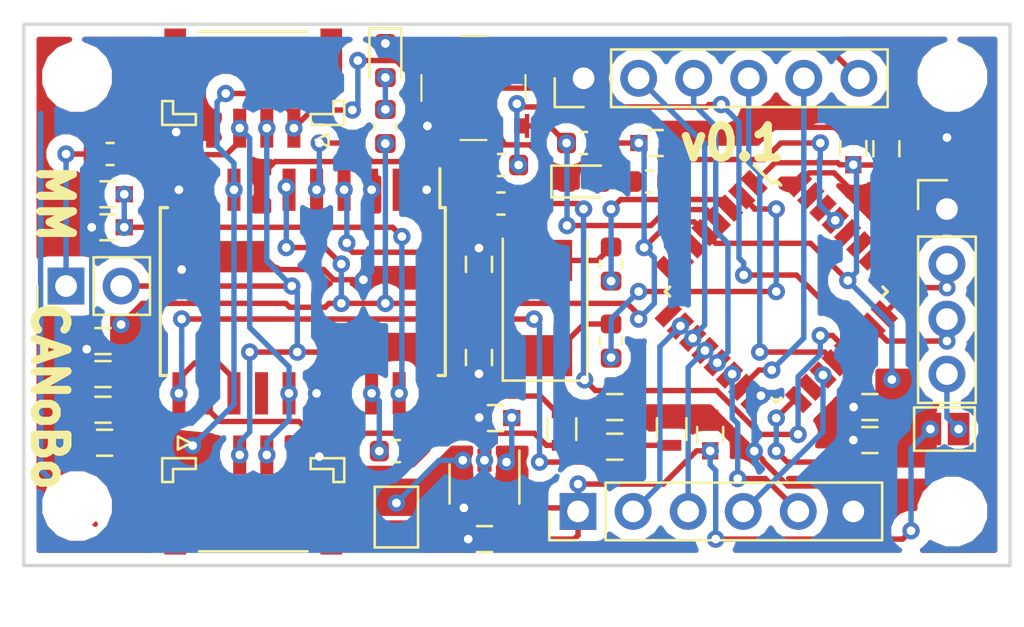
<source format=kicad_pcb>
(kicad_pcb (version 20171130) (host pcbnew "(5.0.2)-1")
  (layers (0 F.Cu signal) (31 B.Cu signal) (34 B.Paste user) (35 F.Paste user) (36 B.SilkS user) (37 F.SilkS user) (38 B.Mask user) (39 F.Mask user) (44 Edge.Cuts user))
  (net 0 "")
  (net 1 GND)
  (net 2 "Net-(C1-Pad1)")
  (net 3 /can_interface/3V3)
  (net 4 /can_interface/V_CAN)
  (net 5 /can_interface/GND2)
  (net 6 /can_interface/VISOOUT)
  (net 7 /can_interface/VISOIN)
  (net 8 "Net-(C21-Pad1)")
  (net 9 "Net-(C22-Pad1)")
  (net 10 "Net-(D11-Pad2)")
  (net 11 "Net-(D21-Pad2)")
  (net 12 /can_interface/CAN_L)
  (net 13 /can_interface/CAN_H)
  (net 14 "Net-(J13-Pad1)")
  (net 15 /uController/GPIO1)
  (net 16 /uController/I2C_SCL)
  (net 17 /uController/SPI_MISO)
  (net 18 /uController/SPI_nCS)
  (net 19 /uController/SPI_CLK)
  (net 20 /uController/SPI_MOSI)
  (net 21 /uController/I2C_SDA)
  (net 22 /uController/GPIO2)
  (net 23 "Net-(J23-Pad4)")
  (net 24 /uController/SWDIO)
  (net 25 /uController/SWCLK)
  (net 26 "Net-(R3-Pad1)")
  (net 27 /can_interface/CAN_TXD)
  (net 28 /can_interface/CAN_RXD)
  (net 29 "Net-(R4-Pad1)")
  (net 30 "Net-(R5-Pad2)")
  (net 31 /uController/OSC_IN)
  (net 32 /uController/OSC_OUT)
  (net 33 /uController/nRESET)
  (net 34 /uController/LED)
  (net 35 "Net-(U1-Pad14)")
  (net 36 "Net-(U1-Pad2)")
  (net 37 "Net-(U22-Pad31)")
  (net 38 "Net-(U22-Pad30)")
  (net 39 "Net-(U22-Pad28)")
  (net 40 "Net-(U22-Pad27)")
  (net 41 "Net-(U22-Pad26)")
  (net 42 "Net-(U22-Pad25)")
  (net 43 "Net-(U22-Pad18)")
  (net 44 "Net-(U22-Pad9)")
  (net 45 "Net-(U22-Pad8)")
  (net 46 "Net-(U22-Pad7)")
  (net 47 "Net-(U22-Pad6)")
  (module Mounting_Holes:MountingHole_2.2mm_M2 (layer F.Cu) (at 92.456 107.442)
    (fp_text reference H1 hide)
    (fp_text value MountingHole hide)
    (pad 1 np_thru_hole circle (at 0 0) (size 2.2 2.2) (drill 2.2) (layers *.Cu *.Mask))
  )
  (module Capacitors_SMD:C_0603 (layer F.Cu) (at 111.76 123.19 180)
    (fp_text reference C1 hide)
    (fp_text value C hide)
    (pad 2 smd rect (at 0.75 0 180) (size 0.8 0.75) (layers F.Cu F.Paste F.Mask) (net 1 GND))
    (pad 1 smd rect (at -0.75 0 180) (size 0.8 0.75) (layers F.Cu F.Paste F.Mask) (net 2 "Net-(C1-Pad1)"))
  )
  (module Capacitors_SMD:C_0603 (layer F.Cu) (at 111.252 128.778 180)
    (fp_text reference C2 hide)
    (fp_text value C hide)
    (pad 1 smd rect (at -0.75 0 180) (size 0.8 0.75) (layers F.Cu F.Paste F.Mask) (net 3 /can_interface/3V3))
    (pad 2 smd rect (at 0.75 0 180) (size 0.8 0.75) (layers F.Cu F.Paste F.Mask) (net 1 GND))
  )
  (module Capacitors_SMD:C_0603 (layer F.Cu) (at 93.726 124.328668 180)
    (fp_text reference C3 hide)
    (fp_text value 10u hide)
    (pad 2 smd rect (at 0.75 0 180) (size 0.8 0.75) (layers F.Cu F.Paste F.Mask) (net 1 GND))
    (pad 1 smd rect (at -0.75 0 180) (size 0.8 0.75) (layers F.Cu F.Paste F.Mask) (net 4 /can_interface/V_CAN))
  )
  (module Capacitors_SMD:C_0603 (layer F.Cu) (at 93.651911 122.804668 180)
    (fp_text reference C4 hide)
    (fp_text value 100n hide)
    (pad 1 smd rect (at -0.75 0 180) (size 0.8 0.75) (layers F.Cu F.Paste F.Mask) (net 4 /can_interface/V_CAN))
    (pad 2 smd rect (at 0.75 0 180) (size 0.8 0.75) (layers F.Cu F.Paste F.Mask) (net 1 GND))
  )
  (module Capacitors_SMD:C_0603 (layer F.Cu) (at 117.262943 124.512375)
    (fp_text reference C5 hide)
    (fp_text value 10u hide)
    (pad 2 smd rect (at 0.75 0) (size 0.8 0.75) (layers F.Cu F.Paste F.Mask) (net 5 /can_interface/GND2))
    (pad 1 smd rect (at -0.75 0) (size 0.8 0.75) (layers F.Cu F.Paste F.Mask) (net 6 /can_interface/VISOOUT))
  )
  (module Capacitors_SMD:C_0603 (layer F.Cu) (at 117.262943 122.682)
    (fp_text reference C6 hide)
    (fp_text value 10u hide)
    (pad 1 smd rect (at -0.75 0) (size 0.8 0.75) (layers F.Cu F.Paste F.Mask) (net 7 /can_interface/VISOIN))
    (pad 2 smd rect (at 0.75 0) (size 0.8 0.75) (layers F.Cu F.Paste F.Mask) (net 1 GND))
  )
  (module Capacitors_SMD:C_0603 (layer F.Cu) (at 93.651911 121.158 180)
    (fp_text reference C7 hide)
    (fp_text value 10n hide)
    (pad 2 smd rect (at 0.75 0 180) (size 0.8 0.75) (layers F.Cu F.Paste F.Mask) (net 1 GND))
    (pad 1 smd rect (at -0.75 0 180) (size 0.8 0.75) (layers F.Cu F.Paste F.Mask) (net 3 /can_interface/3V3))
  )
  (module Capacitors_SMD:C_0603 (layer F.Cu) (at 93.651911 119.634 180)
    (fp_text reference C8 hide)
    (fp_text value 100n hide)
    (pad 1 smd rect (at -0.75 0 180) (size 0.8 0.75) (layers F.Cu F.Paste F.Mask) (net 3 /can_interface/3V3))
    (pad 2 smd rect (at 0.75 0 180) (size 0.8 0.75) (layers F.Cu F.Paste F.Mask) (net 1 GND))
  )
  (module Capacitors_SMD:C_0603 (layer F.Cu) (at 93.882112 112.856718 180)
    (fp_text reference C9 hide)
    (fp_text value 10n hide)
    (pad 2 smd rect (at 0.75 0 180) (size 0.8 0.75) (layers F.Cu F.Paste F.Mask) (net 1 GND))
    (pad 1 smd rect (at -0.75 0 180) (size 0.8 0.75) (layers F.Cu F.Paste F.Mask) (net 7 /can_interface/VISOIN))
  )
  (module Capacitors_SMD:C_0603 (layer F.Cu) (at 93.882112 114.380718 180)
    (fp_text reference C10 hide)
    (fp_text value 100n hide)
    (pad 1 smd rect (at -0.75 0 180) (size 0.8 0.75) (layers F.Cu F.Paste F.Mask) (net 7 /can_interface/VISOIN))
    (pad 2 smd rect (at 0.75 0 180) (size 0.8 0.75) (layers F.Cu F.Paste F.Mask) (net 1 GND))
  )
  (module Capacitors_SMD:C_0603 (layer F.Cu) (at 110.998 120.396 270)
    (fp_text reference C21 hide)
    (fp_text value C hide)
    (pad 1 smd rect (at -0.75 0 270) (size 0.8 0.75) (layers F.Cu F.Paste F.Mask) (net 8 "Net-(C21-Pad1)"))
    (pad 2 smd rect (at 0.75 0 270) (size 0.8 0.75) (layers F.Cu F.Paste F.Mask) (net 1 GND))
  )
  (module Capacitors_SMD:C_0603 (layer F.Cu) (at 110.998 116.09 90)
    (fp_text reference C22 hide)
    (fp_text value C hide)
    (pad 2 smd rect (at 0.75 0 90) (size 0.8 0.75) (layers F.Cu F.Paste F.Mask) (net 1 GND))
    (pad 1 smd rect (at -0.75 0 90) (size 0.8 0.75) (layers F.Cu F.Paste F.Mask) (net 9 "Net-(C22-Pad1)"))
  )
  (module Capacitors_SMD:C_0603 (layer F.Cu) (at 129.032 124.206 180)
    (fp_text reference C23 hide)
    (fp_text value 100n hide)
    (pad 1 smd rect (at -0.75 0 180) (size 0.8 0.75) (layers F.Cu F.Paste F.Mask) (net 3 /can_interface/3V3))
    (pad 2 smd rect (at 0.75 0 180) (size 0.8 0.75) (layers F.Cu F.Paste F.Mask) (net 1 GND))
  )
  (module Capacitors_SMD:C_0603 (layer F.Cu) (at 129.032 122.682 180)
    (fp_text reference C24 hide)
    (fp_text value 4.7u hide)
    (pad 2 smd rect (at 0.75 0 180) (size 0.8 0.75) (layers F.Cu F.Paste F.Mask) (net 1 GND))
    (pad 1 smd rect (at -0.75 0 180) (size 0.8 0.75) (layers F.Cu F.Paste F.Mask) (net 3 /can_interface/3V3))
  )
  (module Capacitors_SMD:C_0603 (layer F.Cu) (at 121.666 123.952 90)
    (fp_text reference C25 hide)
    (fp_text value 100n hide)
    (pad 1 smd rect (at -0.75 0 90) (size 0.8 0.75) (layers F.Cu F.Paste F.Mask) (net 3 /can_interface/3V3))
    (pad 2 smd rect (at 0.75 0 90) (size 0.8 0.75) (layers F.Cu F.Paste F.Mask) (net 1 GND))
  )
  (module Capacitors_SMD:C_0603 (layer F.Cu) (at 119.126 110.49)
    (fp_text reference C26 hide)
    (fp_text value 4.7u hide)
    (pad 2 smd rect (at 0.75 0) (size 0.8 0.75) (layers F.Cu F.Paste F.Mask) (net 1 GND))
    (pad 1 smd rect (at -0.75 0) (size 0.8 0.75) (layers F.Cu F.Paste F.Mask) (net 3 /can_interface/3V3))
  )
  (module Capacitors_SMD:C_0603 (layer F.Cu) (at 128.27 110.744 90)
    (fp_text reference C27 hide)
    (fp_text value 10n hide)
    (pad 1 smd rect (at -0.75 0 90) (size 0.8 0.75) (layers F.Cu F.Paste F.Mask) (net 3 /can_interface/3V3))
    (pad 2 smd rect (at 0.75 0 90) (size 0.8 0.75) (layers F.Cu F.Paste F.Mask) (net 1 GND))
  )
  (module Capacitors_SMD:C_0603 (layer F.Cu) (at 129.794 110.756 90)
    (fp_text reference C28 hide)
    (fp_text value 1u hide)
    (pad 2 smd rect (at 0.75 0 90) (size 0.8 0.75) (layers F.Cu F.Paste F.Mask) (net 1 GND))
    (pad 1 smd rect (at -0.75 0 90) (size 0.8 0.75) (layers F.Cu F.Paste F.Mask) (net 3 /can_interface/3V3))
  )
  (module Inductors_SMD:L_0603 (layer F.Cu) (at 114.808 123.698 270)
    (fp_text reference FB1 hide)
    (fp_text value Ferrite_Bead hide)
    (pad 2 smd rect (at 0.75 0 270) (size 0.5 0.9) (layers F.Cu F.Paste F.Mask) (net 6 /can_interface/VISOOUT))
    (pad 1 smd rect (at -0.75 0 270) (size 0.5 0.9) (layers F.Cu F.Paste F.Mask) (net 7 /can_interface/VISOIN))
  )
  (module Inductors_SMD:L_0603 (layer F.Cu) (at 119.888 123.698 270)
    (fp_text reference FB12 hide)
    (fp_text value Ferrite_Bead hide)
    (pad 1 smd rect (at -0.75 0 270) (size 0.5 0.9) (layers F.Cu F.Paste F.Mask) (net 1 GND))
    (pad 2 smd rect (at 0.75 0 270) (size 0.5 0.9) (layers F.Cu F.Paste F.Mask) (net 5 /can_interface/GND2))
  )
  (module Connectors_JST:JST_GH_SM04B-GHS-TB_04x1.25mm_Angled (layer F.Cu) (at 100.584 108.204 180)
    (fp_text reference J1 hide)
    (fp_text value Conn_01x04_Male hide)
    (pad "" smd rect (at -3.6 1.6 180) (size 1 2.8) (layers F.Cu F.Paste F.Mask))
    (pad "" smd rect (at 3.6 1.6 180) (size 1 2.8) (layers F.Cu F.Paste F.Mask))
    (pad 4 smd rect (at 1.875 -1.6 180) (size 0.6 1.8) (layers F.Cu F.Paste F.Mask) (net 1 GND))
    (pad 3 smd rect (at 0.625 -1.6 180) (size 0.6 1.8) (layers F.Cu F.Paste F.Mask) (net 12 /can_interface/CAN_L))
    (pad 2 smd rect (at -0.625 -1.6 180) (size 0.6 1.8) (layers F.Cu F.Paste F.Mask) (net 13 /can_interface/CAN_H))
    (pad 1 smd rect (at -1.875 -1.6 180) (size 0.6 1.8) (layers F.Cu F.Paste F.Mask) (net 4 /can_interface/V_CAN))
  )
  (module Connectors_JST:JST_GH_SM04B-GHS-TB_04x1.25mm_Angled (layer F.Cu) (at 100.584 126.492)
    (fp_text reference J12 hide)
    (fp_text value Conn_01x04_Male hide)
    (pad 1 smd rect (at -1.875 -1.6) (size 0.6 1.8) (layers F.Cu F.Paste F.Mask) (net 4 /can_interface/V_CAN))
    (pad 2 smd rect (at -0.625 -1.6) (size 0.6 1.8) (layers F.Cu F.Paste F.Mask) (net 13 /can_interface/CAN_H))
    (pad 3 smd rect (at 0.625 -1.6) (size 0.6 1.8) (layers F.Cu F.Paste F.Mask) (net 12 /can_interface/CAN_L))
    (pad 4 smd rect (at 1.875 -1.6) (size 0.6 1.8) (layers F.Cu F.Paste F.Mask) (net 1 GND))
    (pad "" smd rect (at 3.6 1.6) (size 1 2.8) (layers F.Cu F.Paste F.Mask))
    (pad "" smd rect (at -3.6 1.6) (size 1 2.8) (layers F.Cu F.Paste F.Mask))
  )
  (module Pin_Headers:Pin_Header_Straight_1x02_Pitch2.54mm (layer F.Cu) (at 91.948 117.094 90)
    (fp_text reference J13 hide)
    (fp_text value Conn_01x02_Male hide)
    (pad 2 thru_hole oval (at 0 2.54 90) (size 1.7 1.7) (drill 1) (layers *.Cu *.Mask) (net 13 /can_interface/CAN_H))
    (pad 1 thru_hole rect (at 0 0 90) (size 1.7 1.7) (drill 1) (layers *.Cu *.Mask) (net 14 "Net-(J13-Pad1)"))
  )
  (module Pin_Headers:Pin_Header_Straight_1x06_Pitch2.54mm (layer F.Cu) (at 115.57 127.5 90)
    (fp_text reference J21 hide)
    (fp_text value Conn_01x06_Male hide)
    (pad 6 thru_hole oval (at 0 12.7 90) (size 1.7 1.7) (drill 1) (layers *.Cu *.Mask) (net 1 GND))
    (pad 5 thru_hole oval (at 0 10.16 90) (size 1.7 1.7) (drill 1) (layers *.Cu *.Mask) (net 15 /uController/GPIO1))
    (pad 4 thru_hole oval (at 0 7.62 90) (size 1.7 1.7) (drill 1) (layers *.Cu *.Mask) (net 16 /uController/I2C_SCL))
    (pad 3 thru_hole oval (at 0 5.08 90) (size 1.7 1.7) (drill 1) (layers *.Cu *.Mask) (net 17 /uController/SPI_MISO))
    (pad 2 thru_hole oval (at 0 2.54 90) (size 1.7 1.7) (drill 1) (layers *.Cu *.Mask) (net 18 /uController/SPI_nCS))
    (pad 1 thru_hole rect (at 0 0 90) (size 1.7 1.7) (drill 1) (layers *.Cu *.Mask) (net 3 /can_interface/3V3))
  )
  (module Pin_Headers:Pin_Header_Straight_1x06_Pitch2.54mm (layer F.Cu) (at 115.824 107.5 90)
    (fp_text reference J22 hide)
    (fp_text value Conn_01x06_Male hide)
    (pad 1 thru_hole rect (at 0 0 90) (size 1.7 1.7) (drill 1) (layers *.Cu *.Mask) (net 1 GND))
    (pad 2 thru_hole oval (at 0 2.54 90) (size 1.7 1.7) (drill 1) (layers *.Cu *.Mask) (net 19 /uController/SPI_CLK))
    (pad 3 thru_hole oval (at 0 5.08 90) (size 1.7 1.7) (drill 1) (layers *.Cu *.Mask) (net 20 /uController/SPI_MOSI))
    (pad 4 thru_hole oval (at 0 7.62 90) (size 1.7 1.7) (drill 1) (layers *.Cu *.Mask) (net 21 /uController/I2C_SDA))
    (pad 5 thru_hole oval (at 0 10.16 90) (size 1.7 1.7) (drill 1) (layers *.Cu *.Mask) (net 22 /uController/GPIO2))
    (pad 6 thru_hole oval (at 0 12.7 90) (size 1.7 1.7) (drill 1) (layers *.Cu *.Mask) (net 4 /can_interface/V_CAN))
  )
  (module Pin_Headers:Pin_Header_Straight_1x04_Pitch2.54mm (layer F.Cu) (at 132.588 113.538)
    (fp_text reference J23 hide)
    (fp_text value Conn_01x04_Male hide)
    (pad 4 thru_hole oval (at 0 7.62) (size 1.7 1.7) (drill 1) (layers *.Cu *.Mask) (net 23 "Net-(J23-Pad4)"))
    (pad 3 thru_hole oval (at 0 5.08) (size 1.7 1.7) (drill 1) (layers *.Cu *.Mask) (net 24 /uController/SWDIO))
    (pad 2 thru_hole oval (at 0 2.54) (size 1.7 1.7) (drill 1) (layers *.Cu *.Mask) (net 25 /uController/SWCLK))
    (pad 1 thru_hole rect (at 0 0) (size 1.7 1.7) (drill 1) (layers *.Cu *.Mask) (net 1 GND))
  )
  (module Jumper:SolderJumper-2_P1.3mm_Open_Pad1.0x1.5mm (layer F.Cu) (at 107.188 127.762 90)
    (fp_text reference JP1 hide)
    (fp_text value Jumper hide)
    (pad 1 smd rect (at -0.65 0 90) (size 1 1.5) (layers F.Cu F.Mask) (net 4 /can_interface/V_CAN))
    (pad 2 smd rect (at 0.65 0 90) (size 1 1.5) (layers F.Cu F.Mask) (net 2 "Net-(C1-Pad1)"))
  )
  (module Jumper:SolderJumper-2_P1.3mm_Open_Pad1.0x1.5mm (layer F.Cu) (at 132.476 123.698)
    (fp_text reference JP21 hide)
    (fp_text value Jumper hide)
    (pad 2 smd rect (at 0.65 0) (size 1 1.5) (layers F.Cu F.Mask) (net 23 "Net-(J23-Pad4)"))
    (pad 1 smd rect (at -0.65 0) (size 1 1.5) (layers F.Cu F.Mask) (net 3 /can_interface/3V3))
  )
  (module Resistor_SMD2:R_0603_1608Metric (layer F.Cu) (at 93.98 110.998 180)
    (fp_text reference R2 hide)
    (fp_text value R hide)
    (pad 1 smd roundrect (at -0.7875 0 180) (size 0.875 0.95) (layers F.Cu F.Paste F.Mask) (net 12 /can_interface/CAN_L))
    (pad 2 smd roundrect (at 0.7875 0 180) (size 0.875 0.95) (layers F.Cu F.Paste F.Mask) (net 14 "Net-(J13-Pad1)"))
  )
  (module Resistor_SMD2:R_0603_1608Metric (layer F.Cu) (at 112.0395 111.506)
    (fp_text reference R3 hide)
    (fp_text value 0 hide)
    (pad 1 smd roundrect (at -0.7875 0) (size 0.875 0.95) (layers F.Cu F.Paste F.Mask) (net 26 "Net-(R3-Pad1)"))
    (pad 2 smd roundrect (at 0.7875 0) (size 0.875 0.95) (layers F.Cu F.Paste F.Mask) (net 27 /can_interface/CAN_TXD))
  )
  (module Resistor_SMD2:R_0603_1608Metric (layer F.Cu) (at 112.014 113.284)
    (fp_text reference R4 hide)
    (fp_text value 0 hide)
    (pad 2 smd roundrect (at 0.7875 0) (size 0.875 0.95) (layers F.Cu F.Paste F.Mask) (net 28 /can_interface/CAN_RXD))
    (pad 1 smd roundrect (at -0.7875 0) (size 0.875 0.95) (layers F.Cu F.Paste F.Mask) (net 29 "Net-(R4-Pad1)"))
  )
  (module Resistor_SMD2:R_0603_1608Metric (layer F.Cu) (at 107.188 124.714 180)
    (fp_text reference R5 hide)
    (fp_text value R hide)
    (pad 1 smd roundrect (at -0.7875 0 180) (size 0.875 0.95) (layers F.Cu F.Paste F.Mask) (net 1 GND))
    (pad 2 smd roundrect (at 0.7875 0 180) (size 0.875 0.95) (layers F.Cu F.Paste F.Mask) (net 30 "Net-(R5-Pad2)"))
  )
  (module Resistor_SMD2:R_0603_1608Metric (layer F.Cu) (at 106.68 109.728 90)
    (fp_text reference R13 hide)
    (fp_text value R hide)
    (pad 2 smd roundrect (at 0.7875 0 90) (size 0.875 0.95) (layers F.Cu F.Paste F.Mask) (net 10 "Net-(D11-Pad2)"))
    (pad 1 smd roundrect (at -0.7875 0 90) (size 0.875 0.95) (layers F.Cu F.Paste F.Mask) (net 3 /can_interface/3V3))
  )
  (module Resistor_SMD2:R_0603_1608Metric (layer F.Cu) (at 117.094 119.634 270)
    (fp_text reference R21 hide)
    (fp_text value 0 hide)
    (pad 1 smd roundrect (at -0.7875 0 270) (size 0.875 0.95) (layers F.Cu F.Paste F.Mask) (net 8 "Net-(C21-Pad1)"))
    (pad 2 smd roundrect (at 0.7875 0 270) (size 0.875 0.95) (layers F.Cu F.Paste F.Mask) (net 31 /uController/OSC_IN))
  )
  (module Resistor_SMD2:R_0603_1608Metric (layer F.Cu) (at 117.094 116.078 270)
    (fp_text reference R22 hide)
    (fp_text value 0 hide)
    (pad 1 smd roundrect (at -0.7875 0 270) (size 0.875 0.95) (layers F.Cu F.Paste F.Mask) (net 9 "Net-(C22-Pad1)"))
    (pad 2 smd roundrect (at 0.7875 0 270) (size 0.875 0.95) (layers F.Cu F.Paste F.Mask) (net 32 /uController/OSC_OUT))
  )
  (module Resistor_SMD2:R_0603_1608Metric (layer F.Cu) (at 115.824 110.49)
    (fp_text reference R23 hide)
    (fp_text value 1k hide)
    (pad 2 smd roundrect (at 0.7875 0) (size 0.875 0.95) (layers F.Cu F.Paste F.Mask) (net 3 /can_interface/3V3))
    (pad 1 smd roundrect (at -0.7875 0) (size 0.875 0.95) (layers F.Cu F.Paste F.Mask) (net 33 /uController/nRESET))
  )
  (module Resistor_SMD2:R_0603_1608Metric (layer F.Cu) (at 118.872 112.268 180)
    (fp_text reference R24 hide)
    (fp_text value R hide)
    (pad 2 smd roundrect (at 0.7875 0 180) (size 0.875 0.95) (layers F.Cu F.Paste F.Mask) (net 11 "Net-(D21-Pad2)"))
    (pad 1 smd roundrect (at -0.7875 0 180) (size 0.875 0.95) (layers F.Cu F.Paste F.Mask) (net 34 /uController/LED))
  )
  (module TO_SOT_Packages_SMD:SOT-23-5 (layer F.Cu) (at 111.252 126.238 270)
    (fp_text reference U12 hide)
    (fp_text value TPS73233_SOT23_5 hide)
    (pad 5 smd rect (at 1.1 -0.95 270) (size 1.06 0.65) (layers F.Cu F.Paste F.Mask) (net 3 /can_interface/3V3))
    (pad 4 smd rect (at 1.1 0.95 270) (size 1.06 0.65) (layers F.Cu F.Paste F.Mask) (net 1 GND))
    (pad 3 smd rect (at -1.1 0.95 270) (size 1.06 0.65) (layers F.Cu F.Paste F.Mask) (net 2 "Net-(C1-Pad1)"))
    (pad 2 smd rect (at -1.1 0 270) (size 1.06 0.65) (layers F.Cu F.Paste F.Mask) (net 1 GND))
    (pad 1 smd rect (at -1.1 -0.95 270) (size 1.06 0.65) (layers F.Cu F.Paste F.Mask) (net 2 "Net-(C1-Pad1)"))
  )
  (module Housings_SOIC:SOIC-20W_7.5x12.8mm_Pitch1.27mm (layer F.Cu) (at 102.87 117.348 270)
    (fp_text reference U1 hide)
    (fp_text value ADM3053 hide)
    (pad 20 smd rect (at 4.7 -5.715 270) (size 1.95 0.6) (layers F.Cu F.Paste F.Mask) (net 1 GND))
    (pad 19 smd rect (at 4.7 -4.445 270) (size 1.95 0.6) (layers F.Cu F.Paste F.Mask) (net 7 /can_interface/VISOIN))
    (pad 18 smd rect (at 4.7 -3.175 270) (size 1.95 0.6) (layers F.Cu F.Paste F.Mask) (net 30 "Net-(R5-Pad2)"))
    (pad 17 smd rect (at 4.7 -1.905 270) (size 1.95 0.6) (layers F.Cu F.Paste F.Mask) (net 13 /can_interface/CAN_H))
    (pad 16 smd rect (at 4.7 -0.635 270) (size 1.95 0.6) (layers F.Cu F.Paste F.Mask) (net 1 GND))
    (pad 15 smd rect (at 4.7 0.635 270) (size 1.95 0.6) (layers F.Cu F.Paste F.Mask) (net 12 /can_interface/CAN_L))
    (pad 14 smd rect (at 4.7 1.905 270) (size 1.95 0.6) (layers F.Cu F.Paste F.Mask) (net 35 "Net-(U1-Pad14)"))
    (pad 13 smd rect (at 4.7 3.175 270) (size 1.95 0.6) (layers F.Cu F.Paste F.Mask) (net 5 /can_interface/GND2))
    (pad 12 smd rect (at 4.7 4.445 270) (size 1.95 0.6) (layers F.Cu F.Paste F.Mask) (net 6 /can_interface/VISOOUT))
    (pad 11 smd rect (at 4.7 5.715 270) (size 1.95 0.6) (layers F.Cu F.Paste F.Mask) (net 5 /can_interface/GND2))
    (pad 10 smd rect (at -4.7 5.715 270) (size 1.95 0.6) (layers F.Cu F.Paste F.Mask) (net 1 GND))
    (pad 9 smd rect (at -4.7 4.445 270) (size 1.95 0.6) (layers F.Cu F.Paste F.Mask) (net 1 GND))
    (pad 8 smd rect (at -4.7 3.175 270) (size 1.95 0.6) (layers F.Cu F.Paste F.Mask) (net 4 /can_interface/V_CAN))
    (pad 7 smd rect (at -4.7 1.905 270) (size 1.95 0.6) (layers F.Cu F.Paste F.Mask) (net 1 GND))
    (pad 6 smd rect (at -4.7 0.635 270) (size 1.95 0.6) (layers F.Cu F.Paste F.Mask) (net 3 /can_interface/3V3))
    (pad 5 smd rect (at -4.7 -0.635 270) (size 1.95 0.6) (layers F.Cu F.Paste F.Mask) (net 26 "Net-(R3-Pad1)"))
    (pad 4 smd rect (at -4.7 -1.905 270) (size 1.95 0.6) (layers F.Cu F.Paste F.Mask) (net 29 "Net-(R4-Pad1)"))
    (pad 3 smd rect (at -4.7 -3.175 270) (size 1.95 0.6) (layers F.Cu F.Paste F.Mask) (net 1 GND))
    (pad 2 smd rect (at -4.7 -4.445 270) (size 1.95 0.6) (layers F.Cu F.Paste F.Mask) (net 36 "Net-(U1-Pad2)"))
    (pad 1 smd rect (at -4.7 -5.715 270) (size 1.95 0.6) (layers F.Cu F.Paste F.Mask) (net 1 GND))
  )
  (module Housings_QFP:LQFP-32_7x7mm_Pitch0.8mm (layer F.Cu) (at 124.714 117.348 315)
    (fp_text reference U22 hide)
    (fp_text value STM32F042K6Tx hide)
    (pad 32 smd rect (at -2.8 -4.25 45) (size 1.2 0.6) (layers F.Cu F.Paste F.Mask) (net 1 GND))
    (pad 31 smd rect (at -2 -4.25 45) (size 1.2 0.6) (layers F.Cu F.Paste F.Mask) (net 37 "Net-(U22-Pad31)"))
    (pad 30 smd rect (at -1.2 -4.25 45) (size 1.2 0.6) (layers F.Cu F.Paste F.Mask) (net 38 "Net-(U22-Pad30)"))
    (pad 29 smd rect (at -0.4 -4.25 45) (size 1.2 0.6) (layers F.Cu F.Paste F.Mask) (net 34 /uController/LED))
    (pad 28 smd rect (at 0.4 -4.25 45) (size 1.2 0.6) (layers F.Cu F.Paste F.Mask) (net 39 "Net-(U22-Pad28)"))
    (pad 27 smd rect (at 1.2 -4.25 45) (size 1.2 0.6) (layers F.Cu F.Paste F.Mask) (net 40 "Net-(U22-Pad27)"))
    (pad 26 smd rect (at 2 -4.25 45) (size 1.2 0.6) (layers F.Cu F.Paste F.Mask) (net 41 "Net-(U22-Pad26)"))
    (pad 25 smd rect (at 2.8 -4.25 45) (size 1.2 0.6) (layers F.Cu F.Paste F.Mask) (net 42 "Net-(U22-Pad25)"))
    (pad 24 smd rect (at 4.25 -2.8 315) (size 1.2 0.6) (layers F.Cu F.Paste F.Mask) (net 25 /uController/SWCLK))
    (pad 23 smd rect (at 4.25 -2 315) (size 1.2 0.6) (layers F.Cu F.Paste F.Mask) (net 24 /uController/SWDIO))
    (pad 22 smd rect (at 4.25 -1.2 315) (size 1.2 0.6) (layers F.Cu F.Paste F.Mask) (net 27 /can_interface/CAN_TXD))
    (pad 21 smd rect (at 4.25 -0.4 315) (size 1.2 0.6) (layers F.Cu F.Paste F.Mask) (net 28 /can_interface/CAN_RXD))
    (pad 20 smd rect (at 4.25 0.4 315) (size 1.2 0.6) (layers F.Cu F.Paste F.Mask) (net 21 /uController/I2C_SDA))
    (pad 19 smd rect (at 4.25 1.2 315) (size 1.2 0.6) (layers F.Cu F.Paste F.Mask) (net 16 /uController/I2C_SCL))
    (pad 18 smd rect (at 4.25 2 315) (size 1.2 0.6) (layers F.Cu F.Paste F.Mask) (net 43 "Net-(U22-Pad18)"))
    (pad 17 smd rect (at 4.25 2.8 315) (size 1.2 0.6) (layers F.Cu F.Paste F.Mask) (net 3 /can_interface/3V3))
    (pad 16 smd rect (at 2.8 4.25 45) (size 1.2 0.6) (layers F.Cu F.Paste F.Mask) (net 1 GND))
    (pad 15 smd rect (at 2 4.25 45) (size 1.2 0.6) (layers F.Cu F.Paste F.Mask) (net 22 /uController/GPIO2))
    (pad 14 smd rect (at 1.2 4.25 45) (size 1.2 0.6) (layers F.Cu F.Paste F.Mask) (net 15 /uController/GPIO1))
    (pad 13 smd rect (at 0.4 4.25 45) (size 1.2 0.6) (layers F.Cu F.Paste F.Mask) (net 20 /uController/SPI_MOSI))
    (pad 12 smd rect (at -0.4 4.25 45) (size 1.2 0.6) (layers F.Cu F.Paste F.Mask) (net 17 /uController/SPI_MISO))
    (pad 11 smd rect (at -1.2 4.25 45) (size 1.2 0.6) (layers F.Cu F.Paste F.Mask) (net 19 /uController/SPI_CLK))
    (pad 10 smd rect (at -2 4.25 45) (size 1.2 0.6) (layers F.Cu F.Paste F.Mask) (net 18 /uController/SPI_nCS))
    (pad 9 smd rect (at -2.8 4.25 45) (size 1.2 0.6) (layers F.Cu F.Paste F.Mask) (net 44 "Net-(U22-Pad9)"))
    (pad 8 smd rect (at -4.25 2.8 315) (size 1.2 0.6) (layers F.Cu F.Paste F.Mask) (net 45 "Net-(U22-Pad8)"))
    (pad 7 smd rect (at -4.25 2 315) (size 1.2 0.6) (layers F.Cu F.Paste F.Mask) (net 46 "Net-(U22-Pad7)"))
    (pad 6 smd rect (at -4.25 1.2 315) (size 1.2 0.6) (layers F.Cu F.Paste F.Mask) (net 47 "Net-(U22-Pad6)"))
    (pad 5 smd rect (at -4.25 0.4 315) (size 1.2 0.6) (layers F.Cu F.Paste F.Mask) (net 3 /can_interface/3V3))
    (pad 4 smd rect (at -4.25 -0.4 315) (size 1.2 0.6) (layers F.Cu F.Paste F.Mask) (net 33 /uController/nRESET))
    (pad 3 smd rect (at -4.25 -1.2 315) (size 1.2 0.6) (layers F.Cu F.Paste F.Mask) (net 32 /uController/OSC_OUT))
    (pad 2 smd rect (at -4.25 -2 315) (size 1.2 0.6) (layers F.Cu F.Paste F.Mask) (net 31 /uController/OSC_IN))
    (pad 1 smd rect (at -4.25 -2.8 315) (size 1.2 0.6) (layers F.Cu F.Paste F.Mask) (net 3 /can_interface/3V3))
  )
  (module digikey-footprints:Switch_Tactile_SMD_4.5x4.5mm_TL3315NF160Q (layer F.Cu) (at 110.744 107.95 180)
    (fp_text reference SW21 hide)
    (fp_text value SW_Push hide)
    (pad 1 smd rect (at -2.475 -1.75 180) (size 0.2 1.1) (layers F.Cu F.Paste F.Mask) (net 33 /uController/nRESET))
    (pad 4 smd rect (at 2.475 1.75 180) (size 0.2 1.1) (layers F.Cu F.Paste F.Mask))
    (pad 3 smd rect (at -2.475 1.75 180) (size 0.2 1.1) (layers F.Cu F.Paste F.Mask))
    (pad 2 smd rect (at 2.475 -1.75 180) (size 0.2 1.1) (layers F.Cu F.Paste F.Mask) (net 1 GND))
    (pad 1 smd rect (at -2.125 -1.75 180) (size 0.5 0.7) (layers F.Cu F.Paste F.Mask) (net 33 /uController/nRESET))
    (pad 2 smd rect (at 2.125 -1.75 180) (size 0.5 0.7) (layers F.Cu F.Paste F.Mask) (net 1 GND))
    (pad 3 smd rect (at -2.125 1.75 180) (size 0.5 0.7) (layers F.Cu F.Paste F.Mask))
    (pad 4 smd rect (at 2.125 1.75 180) (size 0.5 0.7) (layers F.Cu F.Paste F.Mask))
  )
  (module Crystals:Crystal_SMD_0603-2pin_6.0x3.5mm (layer F.Cu) (at 114.046 118.11 90)
    (fp_text reference Y1 hide)
    (fp_text value Crystal hide)
    (pad 2 smd rect (at 2.2 0 90) (size 1.9 2.5) (layers F.Cu F.Paste F.Mask) (net 9 "Net-(C22-Pad1)"))
    (pad 1 smd rect (at -2.2 0 90) (size 1.9 2.5) (layers F.Cu F.Paste F.Mask) (net 8 "Net-(C21-Pad1)"))
  )
  (module Mounting_Holes:MountingHole_2.2mm_M2 (layer F.Cu) (at 92.456 127.254)
    (fp_text reference H2 hide)
    (fp_text value MountingHole hide)
    (pad 1 np_thru_hole circle (at 0 0) (size 2.2 2.2) (drill 2.2) (layers *.Cu *.Mask))
  )
  (module Mounting_Holes:MountingHole_2.2mm_M2 (layer F.Cu) (at 132.842 107.442)
    (fp_text reference H3 hide)
    (fp_text value MountingHole hide)
    (pad 1 np_thru_hole circle (at 0 0) (size 2.2 2.2) (drill 2.2) (layers *.Cu *.Mask))
  )
  (module Mounting_Holes:MountingHole_2.2mm_M2 (layer F.Cu) (at 132.842 127.508)
    (fp_text reference H4 hide)
    (fp_text value MountingHole hide)
    (pad 1 np_thru_hole circle (at 0 0) (size 2.2 2.2) (drill 2.2) (layers *.Cu *.Mask))
  )
  (module LED_SMD:LED_0603_1608Metric (layer F.Cu) (at 106.68 106.68 270)
    (fp_text reference D11 hide)
    (fp_text value LED hide)
    (pad 2 smd roundrect (at 0.7875 0 270) (size 0.875 0.95) (layers F.Cu F.Paste F.Mask) (net 10 "Net-(D11-Pad2)"))
    (pad 1 smd roundrect (at -0.7875 0 270) (size 0.875 0.95) (layers F.Cu F.Paste F.Mask) (net 1 GND))
  )
  (module LED_SMD:LED_0603_1608Metric (layer F.Cu) (at 115.824 112.268)
    (fp_text reference D21 hide)
    (fp_text value LED hide)
    (pad 1 smd roundrect (at -0.7875 0) (size 0.875 0.95) (layers F.Cu F.Paste F.Mask) (net 1 GND))
    (pad 2 smd roundrect (at 0.7875 0) (size 0.875 0.95) (layers F.Cu F.Paste F.Mask) (net 11 "Net-(D21-Pad2)"))
  )
  (gr_text v0.1 (at 122.682 110.49) (layer F.SilkS) (effects (font (size 1.5 1.5) (thickness 0.375))))
  (gr_text CANoBo (at 91.186 122.174 270) (layer F.SilkS) (effects (font (size 1.5 1.5) (thickness 0.375))))
  (gr_text MM (at 91.44 113.284 270) (layer F.SilkS) (effects (font (size 1.5 1.5) (thickness 0.375))))
  (gr_line (start 90 130) (end 90 105) (layer Edge.Cuts) (width 0.15))
  (gr_line (start 135.5 130) (end 90 130) (layer Edge.Cuts) (width 0.15))
  (gr_line (start 135.5 105) (end 135.5 130) (layer Edge.Cuts) (width 0.15))
  (gr_line (start 90 105) (end 135.5 105) (layer Edge.Cuts) (width 0.15))
  (segment (start 90.772999 125.570999) (end 91.356001 126.154001) (width 0.25) (layer B.Cu) (net 0))
  (segment (start 90.772999 109.125001) (end 90.772999 125.570999) (width 0.25) (layer B.Cu) (net 0))
  (segment (start 93.294 128.092) (end 92.456 127.254) (width 0.25) (layer F.Cu) (net 0))
  (via (at 128.27 124.206) (size 0.8) (drill 0.4) (layers F.Cu B.Cu) (net 1))
  (segment (start 106.045 111.973) (end 106.045 112.648) (width 0.25) (layer F.Cu) (net 1))
  (segment (start 105.419999 111.347999) (end 106.045 111.973) (width 0.25) (layer F.Cu) (net 1))
  (segment (start 101.590001 111.347999) (end 105.419999 111.347999) (width 0.25) (layer F.Cu) (net 1))
  (segment (start 100.965 111.973) (end 101.590001 111.347999) (width 0.25) (layer F.Cu) (net 1))
  (segment (start 100.965 112.648) (end 100.965 111.973) (width 0.25) (layer F.Cu) (net 1))
  (via (at 103.632 124.968) (size 0.8) (drill 0.4) (layers F.Cu B.Cu) (net 1))
  (segment (start 102.459 124.892) (end 103.556 124.892) (width 0.25) (layer F.Cu) (net 1))
  (segment (start 103.556 124.892) (end 103.632 124.968) (width 0.25) (layer F.Cu) (net 1))
  (via (at 103.505 122.048) (size 0.8) (drill 0.4) (layers F.Cu B.Cu) (net 1))
  (segment (start 103.632 124.968) (end 103.632 122.175) (width 0.25) (layer B.Cu) (net 1))
  (segment (start 103.632 122.175) (end 103.505 122.048) (width 0.25) (layer B.Cu) (net 1))
  (via (at 111.252 125.138) (size 0.8) (drill 0.4) (layers F.Cu B.Cu) (net 1))
  (via (at 110.502 128.778) (size 0.8) (drill 0.4) (layers F.Cu B.Cu) (net 1))
  (via (at 111.01 123.165001) (size 0.8) (drill 0.4) (layers F.Cu B.Cu) (net 1))
  (segment (start 111.252 125.138) (end 111.252 123.407001) (width 0.25) (layer B.Cu) (net 1))
  (segment (start 111.252 123.407001) (end 111.01 123.165001) (width 0.25) (layer B.Cu) (net 1))
  (segment (start 131.488 113.538) (end 132.588 113.538) (width 0.25) (layer F.Cu) (net 1))
  (segment (start 129.05259 113.538) (end 131.488 113.538) (width 0.25) (layer F.Cu) (net 1))
  (segment (start 127.382513 111.867923) (end 129.05259 113.538) (width 0.25) (layer F.Cu) (net 1))
  (segment (start 126.234279 111.867923) (end 127.382513 111.867923) (width 0.25) (layer F.Cu) (net 1))
  (segment (start 125.739305 112.362897) (end 126.234279 111.867923) (width 0.25) (layer F.Cu) (net 1))
  (segment (start 108.619 109.6) (end 108.619 109.7) (width 0.25) (layer F.Cu) (net 1))
  (via (at 106.68 105.8925) (size 0.8) (drill 0.4) (layers F.Cu B.Cu) (net 1))
  (segment (start 108.619 107.8315) (end 108.619 109.7) (width 0.25) (layer B.Cu) (net 1))
  (segment (start 106.68 105.8925) (end 108.619 107.8315) (width 0.25) (layer B.Cu) (net 1))
  (segment (start 110.866392 107.952608) (end 109.119 109.7) (width 0.25) (layer F.Cu) (net 1))
  (segment (start 114.271392 107.952608) (end 110.866392 107.952608) (width 0.25) (layer F.Cu) (net 1))
  (segment (start 114.724 107.5) (end 114.271392 107.952608) (width 0.25) (layer F.Cu) (net 1))
  (segment (start 115.824 107.5) (end 114.724 107.5) (width 0.25) (layer F.Cu) (net 1))
  (segment (start 109.119 109.7) (end 108.619 109.7) (width 0.25) (layer F.Cu) (net 1))
  (segment (start 109.994001 110.575001) (end 109.119 109.7) (width 0.25) (layer F.Cu) (net 1))
  (segment (start 113.343501 110.575001) (end 109.994001 110.575001) (width 0.25) (layer F.Cu) (net 1))
  (segment (start 115.0365 112.268) (end 113.343501 110.575001) (width 0.25) (layer F.Cu) (net 1))
  (via (at 97.028 109.982) (size 0.8) (drill 0.4) (layers F.Cu B.Cu) (net 1))
  (segment (start 98.709 109.804) (end 97.206 109.804) (width 0.25) (layer F.Cu) (net 1))
  (segment (start 97.206 109.804) (end 97.028 109.982) (width 0.25) (layer F.Cu) (net 1))
  (segment (start 97.028 110.547685) (end 97.282 110.801685) (width 0.25) (layer B.Cu) (net 1))
  (segment (start 97.028 109.982) (end 97.028 110.547685) (width 0.25) (layer B.Cu) (net 1))
  (via (at 97.155 112.648) (size 0.8) (drill 0.4) (layers F.Cu B.Cu) (net 1))
  (segment (start 97.282 110.801685) (end 97.282 112.521) (width 0.25) (layer B.Cu) (net 1))
  (segment (start 97.282 112.521) (end 97.155 112.648) (width 0.25) (layer B.Cu) (net 1))
  (segment (start 98.425 112.648) (end 97.155 112.648) (width 0.25) (layer F.Cu) (net 1))
  (via (at 110.998 115.34) (size 0.8) (drill 0.4) (layers F.Cu B.Cu) (net 1))
  (via (at 108.619 109.7) (size 0.8) (drill 0.4) (layers F.Cu B.Cu) (net 1))
  (segment (start 110.998 115.34) (end 110.998 112.079) (width 0.25) (layer B.Cu) (net 1))
  (segment (start 110.998 112.079) (end 108.619 109.7) (width 0.25) (layer B.Cu) (net 1))
  (via (at 123.698 124.714) (size 0.8) (drill 0.4) (layers F.Cu B.Cu) (net 1))
  (segment (start 123.153 124.714) (end 123.698 124.714) (width 0.25) (layer F.Cu) (net 1))
  (segment (start 121.666 123.202) (end 121.666 123.227) (width 0.25) (layer F.Cu) (net 1))
  (segment (start 121.666 123.227) (end 123.153 124.714) (width 0.25) (layer F.Cu) (net 1))
  (via (at 124.007761 122.15546) (size 0.8) (drill 0.4) (layers F.Cu B.Cu) (net 1))
  (segment (start 123.698 124.714) (end 123.698 122.465221) (width 0.25) (layer B.Cu) (net 1))
  (segment (start 123.698 122.465221) (end 124.007761 122.15546) (width 0.25) (layer B.Cu) (net 1))
  (via (at 93.132112 114.380718) (size 0.8) (drill 0.4) (layers F.Cu B.Cu) (net 1))
  (via (at 92.901911 120.010668) (size 0.8) (drill 0.4) (layers F.Cu B.Cu) (net 1))
  (segment (start 93.132112 114.380718) (end 93.132112 119.780467) (width 0.25) (layer B.Cu) (net 1))
  (segment (start 93.132112 119.780467) (end 92.901911 120.010668) (width 0.25) (layer B.Cu) (net 1))
  (via (at 110.998 121.146) (size 0.8) (drill 0.4) (layers F.Cu B.Cu) (net 1))
  (segment (start 111.01 123.165001) (end 111.01 121.158) (width 0.25) (layer B.Cu) (net 1))
  (segment (start 111.01 121.158) (end 110.998 121.146) (width 0.25) (layer B.Cu) (net 1))
  (segment (start 110.373 121.146) (end 110.998 121.146) (width 0.25) (layer F.Cu) (net 1))
  (segment (start 110.037 121.146) (end 110.373 121.146) (width 0.25) (layer F.Cu) (net 1))
  (segment (start 109.135 122.048) (end 110.037 121.146) (width 0.25) (layer F.Cu) (net 1))
  (segment (start 108.585 122.048) (end 109.135 122.048) (width 0.25) (layer F.Cu) (net 1))
  (segment (start 104.031999 125.367999) (end 103.632 124.968) (width 0.25) (layer F.Cu) (net 1))
  (segment (start 104.17801 125.51401) (end 104.031999 125.367999) (width 0.25) (layer F.Cu) (net 1))
  (segment (start 107.17549 125.51401) (end 104.17801 125.51401) (width 0.25) (layer F.Cu) (net 1))
  (segment (start 107.9755 124.714) (end 107.17549 125.51401) (width 0.25) (layer F.Cu) (net 1))
  (segment (start 127.645 109.994) (end 128.27 109.994) (width 0.25) (layer F.Cu) (net 1))
  (segment (start 127.415999 109.764999) (end 127.645 109.994) (width 0.25) (layer F.Cu) (net 1))
  (segment (start 121.251001 109.764999) (end 127.415999 109.764999) (width 0.25) (layer F.Cu) (net 1))
  (segment (start 120.526 110.49) (end 121.251001 109.764999) (width 0.25) (layer F.Cu) (net 1))
  (segment (start 119.876 110.49) (end 120.526 110.49) (width 0.25) (layer F.Cu) (net 1))
  (segment (start 129.782 109.994) (end 129.794 110.006) (width 0.25) (layer F.Cu) (net 1))
  (segment (start 128.27 109.994) (end 129.782 109.994) (width 0.25) (layer F.Cu) (net 1))
  (via (at 132.588 110.236) (size 0.8) (drill 0.4) (layers F.Cu B.Cu) (net 1))
  (segment (start 129.794 110.006) (end 132.358 110.006) (width 0.25) (layer F.Cu) (net 1))
  (segment (start 132.358 110.006) (end 132.588 110.236) (width 0.25) (layer F.Cu) (net 1))
  (segment (start 132.588 110.236) (end 132.588 113.538) (width 0.25) (layer B.Cu) (net 1))
  (via (at 108.585 112.648) (size 0.8) (drill 0.4) (layers F.Cu B.Cu) (net 1))
  (segment (start 108.585 109.734) (end 108.619 109.7) (width 0.25) (layer B.Cu) (net 1))
  (segment (start 108.585 112.648) (end 108.585 109.734) (width 0.25) (layer B.Cu) (net 1))
  (via (at 97.282 116.332) (size 0.8) (drill 0.4) (layers F.Cu B.Cu) (net 1))
  (segment (start 97.155 112.648) (end 97.155 116.205) (width 0.25) (layer B.Cu) (net 1))
  (segment (start 97.155 116.205) (end 97.282 116.332) (width 0.25) (layer B.Cu) (net 1))
  (segment (start 110.373 115.34) (end 110.998 115.34) (width 0.25) (layer F.Cu) (net 1))
  (segment (start 108.909999 116.803001) (end 110.373 115.34) (width 0.25) (layer F.Cu) (net 1))
  (segment (start 103.828998 116.332) (end 104.299999 116.803001) (width 0.25) (layer F.Cu) (net 1))
  (segment (start 97.282 116.332) (end 103.828998 116.332) (width 0.25) (layer F.Cu) (net 1))
  (segment (start 106.045 112.648) (end 106.045 112.648) (width 0.25) (layer F.Cu) (net 1))
  (via (at 106.045 112.648) (size 0.8) (drill 0.4) (layers F.Cu B.Cu) (net 1))
  (via (at 105.664 116.803001) (size 0.8) (drill 0.4) (layers F.Cu B.Cu) (net 1))
  (segment (start 106.045 116.422001) (end 105.664 116.803001) (width 0.25) (layer B.Cu) (net 1))
  (segment (start 106.045 112.648) (end 106.045 116.422001) (width 0.25) (layer B.Cu) (net 1))
  (segment (start 104.299999 116.803001) (end 105.664 116.803001) (width 0.25) (layer F.Cu) (net 1))
  (segment (start 105.664 116.803001) (end 108.909999 116.803001) (width 0.25) (layer F.Cu) (net 1))
  (segment (start 127.420001 126.650001) (end 128.27 127.5) (width 0.25) (layer F.Cu) (net 1))
  (segment (start 127.094999 126.324999) (end 127.420001 126.650001) (width 0.25) (layer F.Cu) (net 1))
  (segment (start 125.251997 126.324999) (end 127.094999 126.324999) (width 0.25) (layer F.Cu) (net 1))
  (segment (start 124.097999 125.171001) (end 125.251997 126.324999) (width 0.25) (layer F.Cu) (net 1))
  (segment (start 124.097999 125.113999) (end 124.097999 125.171001) (width 0.25) (layer F.Cu) (net 1))
  (segment (start 123.698 124.714) (end 124.097999 125.113999) (width 0.25) (layer F.Cu) (net 1))
  (segment (start 128.27 127.5) (end 128.27 124.206) (width 0.25) (layer B.Cu) (net 1))
  (via (at 128.282 122.682) (size 0.8) (drill 0.4) (layers F.Cu B.Cu) (net 1))
  (segment (start 128.27 124.206) (end 128.27 122.694) (width 0.25) (layer B.Cu) (net 1))
  (segment (start 128.27 122.694) (end 128.282 122.682) (width 0.25) (layer B.Cu) (net 1))
  (segment (start 110.527 128.778) (end 110.502 128.778) (width 0.25) (layer B.Cu) (net 1))
  (segment (start 111.252 128.053) (end 110.527 128.778) (width 0.25) (layer B.Cu) (net 1))
  (segment (start 111.252 125.138) (end 111.252 128.053) (width 0.25) (layer B.Cu) (net 1))
  (via (at 110.302 127.338) (size 0.8) (drill 0.4) (layers F.Cu B.Cu) (net 1))
  (segment (start 110.502 128.778) (end 110.502 127.538) (width 0.25) (layer B.Cu) (net 1))
  (segment (start 110.502 127.538) (end 110.302 127.338) (width 0.25) (layer B.Cu) (net 1))
  (via (at 112.268 125.222) (size 0.8) (drill 0.4) (layers F.Cu B.Cu) (net 2))
  (segment (start 110.302 125.138) (end 110.302 125.343) (width 0.25) (layer F.Cu) (net 2))
  (via (at 112.51 123.165001) (size 0.8) (drill 0.4) (layers F.Cu B.Cu) (net 2))
  (segment (start 110.302 125.138) (end 110.162 125.138) (width 0.25) (layer F.Cu) (net 2))
  (segment (start 112.51 124.98) (end 112.268 125.222) (width 0.25) (layer B.Cu) (net 2))
  (segment (start 112.51 123.165001) (end 112.51 124.98) (width 0.25) (layer B.Cu) (net 2))
  (segment (start 108.188 127.112) (end 107.188 127.112) (width 0.25) (layer F.Cu) (net 2))
  (segment (start 108.817001 126.482999) (end 108.188 127.112) (width 0.25) (layer F.Cu) (net 2))
  (segment (start 111.347003 126.482999) (end 108.817001 126.482999) (width 0.25) (layer F.Cu) (net 2))
  (segment (start 112.202 125.628002) (end 111.347003 126.482999) (width 0.25) (layer F.Cu) (net 2))
  (segment (start 112.202 125.138) (end 112.202 125.628002) (width 0.25) (layer F.Cu) (net 2))
  (via (at 110.251997 125.138) (size 0.8) (drill 0.4) (layers F.Cu B.Cu) (net 2))
  (segment (start 110.302 125.138) (end 110.251997 125.138) (width 0.25) (layer F.Cu) (net 2))
  (via (at 107.188 127.112) (size 0.8) (drill 0.4) (layers F.Cu B.Cu) (net 2))
  (segment (start 110.251997 125.138) (end 109.162 125.138) (width 0.25) (layer B.Cu) (net 2))
  (segment (start 109.162 125.138) (end 107.188 127.112) (width 0.25) (layer B.Cu) (net 2))
  (via (at 102.108 112.522) (size 0.8) (drill 0.4) (layers F.Cu B.Cu) (net 3))
  (via (at 104.648 117.893) (size 0.8) (drill 0.4) (layers F.Cu B.Cu) (net 3))
  (via (at 94.488 118.872) (size 0.8) (drill 0.4) (layers F.Cu B.Cu) (net 3))
  (segment (start 104.082315 117.893) (end 103.902314 118.073001) (width 0.25) (layer F.Cu) (net 3))
  (segment (start 104.648 117.893) (end 104.082315 117.893) (width 0.25) (layer F.Cu) (net 3))
  (segment (start 103.902314 118.073001) (end 102.267999 118.073001) (width 0.25) (layer F.Cu) (net 3))
  (segment (start 102.267999 118.073001) (end 102.087998 117.893) (width 0.25) (layer F.Cu) (net 3))
  (segment (start 102.087998 117.893) (end 95.467 117.893) (width 0.25) (layer F.Cu) (net 3))
  (segment (start 95.467 117.893) (end 94.488 118.872) (width 0.25) (layer F.Cu) (net 3))
  (via (at 104.648 116.078) (size 0.8) (drill 0.4) (layers F.Cu B.Cu) (net 3))
  (segment (start 104.611 116.041) (end 104.648 116.078) (width 0.25) (layer F.Cu) (net 3))
  (segment (start 104.648 116.078) (end 104.648 117.893) (width 0.25) (layer B.Cu) (net 3))
  (segment (start 128.282 111.506) (end 128.27 111.494) (width 0.25) (layer F.Cu) (net 3))
  (segment (start 129.794 111.506) (end 128.282 111.506) (width 0.25) (layer F.Cu) (net 3))
  (segment (start 123.971537 112.080055) (end 123.688695 112.362897) (width 0.25) (layer F.Cu) (net 3))
  (segment (start 124.650101 111.401491) (end 123.971537 112.080055) (width 0.25) (layer F.Cu) (net 3))
  (segment (start 127.552491 111.401491) (end 124.650101 111.401491) (width 0.25) (layer F.Cu) (net 3))
  (segment (start 127.645 111.494) (end 127.552491 111.401491) (width 0.25) (layer F.Cu) (net 3))
  (segment (start 128.27 111.494) (end 127.645 111.494) (width 0.25) (layer F.Cu) (net 3))
  (via (at 118.618 115.316) (size 0.8) (drill 0.4) (layers F.Cu B.Cu) (net 3))
  (segment (start 119.803335 114.130665) (end 118.618 115.316) (width 0.25) (layer F.Cu) (net 3))
  (segment (start 121.425953 114.625639) (end 120.930979 114.130665) (width 0.25) (layer F.Cu) (net 3))
  (segment (start 120.930979 114.130665) (end 119.803335 114.130665) (width 0.25) (layer F.Cu) (net 3))
  (via (at 118.376 110.49) (size 0.8) (drill 0.4) (layers F.Cu B.Cu) (net 3))
  (segment (start 118.618 115.316) (end 118.618 110.732) (width 0.25) (layer B.Cu) (net 3))
  (segment (start 118.618 110.732) (end 118.376 110.49) (width 0.25) (layer B.Cu) (net 3))
  (segment (start 116.6115 110.49) (end 118.376 110.49) (width 0.25) (layer F.Cu) (net 3))
  (via (at 106.68 110.5155) (size 0.8) (drill 0.4) (layers F.Cu B.Cu) (net 3))
  (segment (start 106.68 110.5155) (end 106.68 115.861) (width 0.25) (layer B.Cu) (net 3))
  (via (at 128.016 116.84) (size 0.8) (drill 0.4) (layers F.Cu B.Cu) (net 3))
  (segment (start 126.296613 115.120613) (end 128.016 116.84) (width 0.25) (layer F.Cu) (net 3))
  (segment (start 121.425953 114.625639) (end 121.920927 115.120613) (width 0.25) (layer F.Cu) (net 3))
  (segment (start 121.920927 115.120613) (end 126.296613 115.120613) (width 0.25) (layer F.Cu) (net 3))
  (via (at 128.27 111.494) (size 0.8) (drill 0.4) (layers F.Cu B.Cu) (net 3))
  (segment (start 128.415999 111.639999) (end 128.27 111.494) (width 0.25) (layer B.Cu) (net 3))
  (segment (start 128.415999 116.440001) (end 128.415999 111.639999) (width 0.25) (layer B.Cu) (net 3))
  (segment (start 128.016 116.84) (end 128.415999 116.440001) (width 0.25) (layer B.Cu) (net 3))
  (segment (start 104.648 116.078) (end 103.886 115.316) (width 0.25) (layer F.Cu) (net 3))
  (via (at 102.108 115.316) (size 0.8) (drill 0.4) (layers F.Cu B.Cu) (net 3))
  (segment (start 103.886 115.316) (end 102.108 115.316) (width 0.25) (layer F.Cu) (net 3))
  (segment (start 102.108 115.316) (end 102.108 112.522) (width 0.25) (layer B.Cu) (net 3))
  (via (at 106.68 117.893) (size 0.8) (drill 0.4) (layers F.Cu B.Cu) (net 3))
  (segment (start 106.68 115.861) (end 106.68 117.893) (width 0.25) (layer B.Cu) (net 3))
  (segment (start 106.68 117.893) (end 104.648 117.893) (width 0.25) (layer F.Cu) (net 3))
  (via (at 118.364 118.618) (size 0.8) (drill 0.4) (layers F.Cu B.Cu) (net 3))
  (segment (start 118.364 118.421002) (end 118.364 118.618) (width 0.25) (layer F.Cu) (net 3))
  (segment (start 106.68 117.893) (end 117.835998 117.893) (width 0.25) (layer F.Cu) (net 3))
  (segment (start 117.835998 117.893) (end 118.364 118.421002) (width 0.25) (layer F.Cu) (net 3))
  (segment (start 119.017999 115.715999) (end 118.618 115.316) (width 0.25) (layer B.Cu) (net 3))
  (segment (start 119.089001 115.787001) (end 119.017999 115.715999) (width 0.25) (layer B.Cu) (net 3))
  (segment (start 119.089001 117.892999) (end 119.089001 115.787001) (width 0.25) (layer B.Cu) (net 3))
  (segment (start 118.364 118.618) (end 119.089001 117.892999) (width 0.25) (layer B.Cu) (net 3))
  (via (at 115.57 126.238) (size 0.8) (drill 0.4) (layers F.Cu B.Cu) (net 3))
  (segment (start 119.505 126.238) (end 115.57 126.238) (width 0.25) (layer F.Cu) (net 3))
  (segment (start 121.666 124.702) (end 121.041 124.702) (width 0.25) (layer F.Cu) (net 3))
  (segment (start 121.041 124.702) (end 119.505 126.238) (width 0.25) (layer F.Cu) (net 3))
  (segment (start 115.57 126.238) (end 115.57 127.5) (width 0.25) (layer B.Cu) (net 3))
  (via (at 124.714 123.19) (size 0.8) (drill 0.4) (layers F.Cu B.Cu) (net 3))
  (segment (start 125.739305 122.333103) (end 125.570897 122.333103) (width 0.25) (layer F.Cu) (net 3))
  (segment (start 125.570897 122.333103) (end 124.714 123.19) (width 0.25) (layer F.Cu) (net 3))
  (segment (start 124.714 123.19) (end 124.714 124.714) (width 0.25) (layer B.Cu) (net 3))
  (via (at 124.714 124.714) (size 0.8) (drill 0.4) (layers F.Cu B.Cu) (net 3))
  (segment (start 131.826 124.714) (end 131.826 123.698) (width 0.25) (layer F.Cu) (net 3))
  (segment (start 131.318 125.222) (end 131.826 124.714) (width 0.25) (layer F.Cu) (net 3))
  (segment (start 124.714 124.714) (end 125.222 125.222) (width 0.25) (layer F.Cu) (net 3))
  (segment (start 125.222 125.222) (end 131.318 125.222) (width 0.25) (layer F.Cu) (net 3))
  (segment (start 115.408 127.338) (end 115.57 127.5) (width 0.25) (layer F.Cu) (net 3))
  (segment (start 112.202 127.338) (end 115.408 127.338) (width 0.25) (layer F.Cu) (net 3))
  (segment (start 115.57 128.6) (end 115.57 127.5) (width 0.25) (layer F.Cu) (net 3))
  (segment (start 115.392 128.778) (end 115.57 128.6) (width 0.25) (layer F.Cu) (net 3))
  (segment (start 112.002 128.778) (end 115.392 128.778) (width 0.25) (layer F.Cu) (net 3))
  (via (at 121.666 124.702) (size 0.8) (drill 0.4) (layers F.Cu B.Cu) (net 3))
  (via (at 121.92 128.778) (size 0.8) (drill 0.4) (layers F.Cu B.Cu) (net 3))
  (segment (start 121.92 125.606) (end 121.92 128.778) (width 0.25) (layer B.Cu) (net 3))
  (segment (start 121.666 124.702) (end 121.666 125.352) (width 0.25) (layer B.Cu) (net 3))
  (segment (start 121.666 125.352) (end 121.92 125.606) (width 0.25) (layer B.Cu) (net 3))
  (via (at 130.932347 128.392347) (size 0.8) (drill 0.4) (layers F.Cu B.Cu) (net 3))
  (segment (start 121.92 128.778) (end 130.546694 128.778) (width 0.25) (layer F.Cu) (net 3))
  (segment (start 130.546694 128.778) (end 130.932347 128.392347) (width 0.25) (layer F.Cu) (net 3))
  (via (at 131.826 123.698) (size 0.8) (drill 0.4) (layers F.Cu B.Cu) (net 3))
  (segment (start 130.932347 128.392347) (end 130.932347 124.591653) (width 0.25) (layer B.Cu) (net 3))
  (segment (start 130.932347 124.591653) (end 131.826 123.698) (width 0.25) (layer B.Cu) (net 3))
  (via (at 130.048 121.412) (size 0.8) (drill 0.4) (layers F.Cu B.Cu) (net 3))
  (segment (start 130.048 118.872) (end 128.016 116.84) (width 0.25) (layer B.Cu) (net 3))
  (segment (start 130.048 121.412) (end 130.048 118.872) (width 0.25) (layer B.Cu) (net 3))
  (segment (start 98.709 125.492) (end 98.709 124.892) (width 0.25) (layer F.Cu) (net 4))
  (segment (start 104.694003 126.117001) (end 99.334001 126.117001) (width 0.25) (layer F.Cu) (net 4))
  (segment (start 105.009001 126.431999) (end 104.694003 126.117001) (width 0.25) (layer F.Cu) (net 4))
  (segment (start 105.009001 127.233001) (end 105.009001 126.431999) (width 0.25) (layer F.Cu) (net 4))
  (segment (start 99.334001 126.117001) (end 98.709 125.492) (width 0.25) (layer F.Cu) (net 4))
  (segment (start 106.188 128.412) (end 105.009001 127.233001) (width 0.25) (layer F.Cu) (net 4))
  (segment (start 107.188 128.412) (end 106.188 128.412) (width 0.25) (layer F.Cu) (net 4))
  (via (at 99.695 112.648) (size 0.8) (drill 0.4) (layers F.Cu B.Cu) (net 4))
  (via (at 97.79 124.46) (size 0.8) (drill 0.4) (layers F.Cu B.Cu) (net 4))
  (segment (start 99.695 122.555) (end 97.79 124.46) (width 0.25) (layer B.Cu) (net 4))
  (via (at 102.459 109.804) (size 0.8) (drill 0.4) (layers F.Cu B.Cu) (net 4))
  (segment (start 99.695 112.648) (end 99.695 115.316) (width 0.25) (layer B.Cu) (net 4))
  (segment (start 99.695 115.316) (end 99.695 122.555) (width 0.25) (layer B.Cu) (net 4))
  (via (at 99.314 108.204) (size 0.8) (drill 0.4) (layers F.Cu B.Cu) (net 4))
  (segment (start 101.459 108.204) (end 99.314 108.204) (width 0.25) (layer F.Cu) (net 4))
  (segment (start 102.459 109.804) (end 102.459 109.204) (width 0.25) (layer F.Cu) (net 4))
  (segment (start 102.459 109.204) (end 101.459 108.204) (width 0.25) (layer F.Cu) (net 4))
  (segment (start 99.695 111.423) (end 99.695 112.648) (width 0.25) (layer B.Cu) (net 4))
  (segment (start 98.914001 110.642001) (end 99.695 111.423) (width 0.25) (layer B.Cu) (net 4))
  (segment (start 98.914001 108.603999) (end 98.914001 110.642001) (width 0.25) (layer B.Cu) (net 4))
  (segment (start 99.314 108.204) (end 98.914001 108.603999) (width 0.25) (layer B.Cu) (net 4))
  (segment (start 128.524 107.5) (end 126.942 105.918) (width 0.25) (layer F.Cu) (net 4))
  (via (at 105.41 106.68) (size 0.8) (drill 0.4) (layers F.Cu B.Cu) (net 4))
  (segment (start 107.186474 106.68) (end 105.41 106.68) (width 0.25) (layer F.Cu) (net 4))
  (segment (start 107.581475 107.075001) (end 107.186474 106.68) (width 0.25) (layer F.Cu) (net 4))
  (segment (start 113.579001 107.075001) (end 107.581475 107.075001) (width 0.25) (layer F.Cu) (net 4))
  (segment (start 126.942 105.918) (end 114.736002 105.918) (width 0.25) (layer F.Cu) (net 4))
  (segment (start 114.736002 105.918) (end 113.579001 107.075001) (width 0.25) (layer F.Cu) (net 4))
  (via (at 105.156 108.966) (size 0.8) (drill 0.4) (layers F.Cu B.Cu) (net 4))
  (segment (start 105.41 106.68) (end 105.41 108.712) (width 0.25) (layer B.Cu) (net 4))
  (segment (start 105.41 108.712) (end 105.156 108.966) (width 0.25) (layer B.Cu) (net 4))
  (segment (start 103.297 108.966) (end 102.459 109.804) (width 0.25) (layer F.Cu) (net 4))
  (segment (start 105.156 108.966) (end 103.297 108.966) (width 0.25) (layer F.Cu) (net 4))
  (segment (start 118.077318 124.448) (end 118.012943 124.512375) (width 0.25) (layer F.Cu) (net 5))
  (segment (start 119.888 124.448) (end 118.077318 124.448) (width 0.25) (layer F.Cu) (net 5))
  (segment (start 99.695 121.373) (end 98.972 120.65) (width 0.25) (layer F.Cu) (net 5))
  (segment (start 99.695 122.048) (end 99.695 121.373) (width 0.25) (layer F.Cu) (net 5))
  (segment (start 97.155 121.373) (end 97.155 122.048) (width 0.25) (layer F.Cu) (net 5))
  (segment (start 97.878 120.65) (end 97.155 121.373) (width 0.25) (layer F.Cu) (net 5))
  (segment (start 98.972 120.65) (end 97.878 120.65) (width 0.25) (layer F.Cu) (net 5))
  (via (at 113.792 125.222) (size 0.8) (drill 0.4) (layers F.Cu B.Cu) (net 5))
  (segment (start 117.278318 125.222) (end 113.792 125.222) (width 0.25) (layer F.Cu) (net 5))
  (segment (start 118.012943 124.512375) (end 117.987943 124.512375) (width 0.25) (layer F.Cu) (net 5))
  (segment (start 117.987943 124.512375) (end 117.278318 125.222) (width 0.25) (layer F.Cu) (net 5))
  (via (at 113.538 118.618) (size 0.8) (drill 0.4) (layers F.Cu B.Cu) (net 5))
  (segment (start 113.792 125.222) (end 113.792 118.872) (width 0.25) (layer B.Cu) (net 5))
  (segment (start 113.792 118.872) (end 113.538 118.618) (width 0.25) (layer B.Cu) (net 5))
  (via (at 97.282 118.618) (size 0.8) (drill 0.4) (layers F.Cu B.Cu) (net 5))
  (segment (start 113.538 118.618) (end 97.282 118.618) (width 0.25) (layer F.Cu) (net 5))
  (via (at 97.155 122.048) (size 0.8) (drill 0.4) (layers F.Cu B.Cu) (net 5))
  (segment (start 97.282 118.618) (end 97.282 121.921) (width 0.25) (layer B.Cu) (net 5))
  (segment (start 97.282 121.921) (end 97.155 122.048) (width 0.25) (layer B.Cu) (net 5))
  (segment (start 116.448568 124.448) (end 116.512943 124.512375) (width 0.25) (layer F.Cu) (net 6))
  (segment (start 114.808 124.448) (end 116.448568 124.448) (width 0.25) (layer F.Cu) (net 6))
  (segment (start 98.425 122.723) (end 98.425 122.048) (width 0.25) (layer F.Cu) (net 6))
  (segment (start 99.050001 123.348001) (end 98.425 122.723) (width 0.25) (layer F.Cu) (net 6))
  (segment (start 103.242003 123.890001) (end 102.700003 123.348001) (width 0.25) (layer F.Cu) (net 6))
  (segment (start 113.550001 123.890001) (end 103.242003 123.890001) (width 0.25) (layer F.Cu) (net 6))
  (segment (start 114.108 124.448) (end 113.550001 123.890001) (width 0.25) (layer F.Cu) (net 6))
  (segment (start 102.700003 123.348001) (end 99.050001 123.348001) (width 0.25) (layer F.Cu) (net 6))
  (segment (start 114.808 124.448) (end 114.108 124.448) (width 0.25) (layer F.Cu) (net 6))
  (segment (start 116.246943 122.948) (end 116.512943 122.682) (width 0.25) (layer F.Cu) (net 7))
  (segment (start 114.808 122.948) (end 116.246943 122.948) (width 0.25) (layer F.Cu) (net 7))
  (segment (start 107.315 122.723) (end 107.315 122.048) (width 0.25) (layer F.Cu) (net 7))
  (segment (start 109.145001 123.348001) (end 107.940001 123.348001) (width 0.25) (layer F.Cu) (net 7))
  (segment (start 107.940001 123.348001) (end 107.315 122.723) (width 0.25) (layer F.Cu) (net 7))
  (segment (start 110.319002 122.174) (end 109.145001 123.348001) (width 0.25) (layer F.Cu) (net 7))
  (segment (start 113.834 122.174) (end 110.319002 122.174) (width 0.25) (layer F.Cu) (net 7))
  (segment (start 114.608 122.948) (end 113.834 122.174) (width 0.25) (layer F.Cu) (net 7))
  (segment (start 114.808 122.948) (end 114.608 122.948) (width 0.25) (layer F.Cu) (net 7))
  (via (at 94.632112 112.856718) (size 0.8) (drill 0.4) (layers F.Cu B.Cu) (net 7))
  (via (at 94.632112 114.380718) (size 0.8) (drill 0.4) (layers F.Cu B.Cu) (net 7))
  (segment (start 94.632112 112.856718) (end 94.632112 114.380718) (width 0.25) (layer B.Cu) (net 7))
  (via (at 107.442 114.808) (size 0.8) (drill 0.4) (layers F.Cu B.Cu) (net 7))
  (segment (start 94.632112 114.380718) (end 107.014718 114.380718) (width 0.25) (layer F.Cu) (net 7))
  (segment (start 107.014718 114.380718) (end 107.442 114.808) (width 0.25) (layer F.Cu) (net 7))
  (via (at 107.315 122.048) (size 0.8) (drill 0.4) (layers F.Cu B.Cu) (net 7))
  (segment (start 107.442 114.808) (end 107.442 121.921) (width 0.25) (layer B.Cu) (net 7))
  (segment (start 107.442 121.921) (end 107.315 122.048) (width 0.25) (layer B.Cu) (net 7))
  (segment (start 113.382 119.646) (end 114.046 120.31) (width 0.25) (layer F.Cu) (net 8))
  (segment (start 110.998 119.646) (end 113.382 119.646) (width 0.25) (layer F.Cu) (net 8))
  (segment (start 115.8495 118.8465) (end 117.094 118.8465) (width 0.25) (layer F.Cu) (net 8))
  (segment (start 114.046 120.31) (end 114.386 120.31) (width 0.25) (layer F.Cu) (net 8))
  (segment (start 114.386 120.31) (end 115.8495 118.8465) (width 0.25) (layer F.Cu) (net 8))
  (segment (start 113.116 116.84) (end 114.046 115.91) (width 0.25) (layer F.Cu) (net 9))
  (segment (start 110.998 116.84) (end 113.116 116.84) (width 0.25) (layer F.Cu) (net 9))
  (segment (start 116.4745 115.91) (end 117.094 115.2905) (width 0.25) (layer F.Cu) (net 9))
  (segment (start 114.046 115.91) (end 116.4745 115.91) (width 0.25) (layer F.Cu) (net 9))
  (via (at 106.68 108.9405) (size 0.8) (drill 0.4) (layers F.Cu B.Cu) (net 10))
  (via (at 106.68 107.4675) (size 0.8) (drill 0.4) (layers F.Cu B.Cu) (net 10))
  (segment (start 106.68 108.9405) (end 106.68 107.4675) (width 0.25) (layer B.Cu) (net 10))
  (segment (start 118.0845 112.268) (end 116.6115 112.268) (width 0.25) (layer F.Cu) (net 11))
  (segment (start 99.959 110.404) (end 99.959 109.804) (width 0.25) (layer F.Cu) (net 12))
  (segment (start 99.333999 111.029001) (end 99.959 110.404) (width 0.25) (layer F.Cu) (net 12))
  (segment (start 95.336001 111.029001) (end 99.333999 111.029001) (width 0.25) (layer F.Cu) (net 12))
  (segment (start 95.305 110.998) (end 95.336001 111.029001) (width 0.25) (layer F.Cu) (net 12))
  (segment (start 94.7675 110.998) (end 95.305 110.998) (width 0.25) (layer F.Cu) (net 12))
  (via (at 101.209 124.892) (size 0.8) (drill 0.4) (layers F.Cu B.Cu) (net 12))
  (via (at 102.235 122.048) (size 0.8) (drill 0.4) (layers F.Cu B.Cu) (net 12))
  (segment (start 102.235 123.266) (end 102.235 122.048) (width 0.25) (layer B.Cu) (net 12))
  (segment (start 101.209 124.292) (end 102.235 123.266) (width 0.25) (layer B.Cu) (net 12))
  (segment (start 101.209 124.892) (end 101.209 124.292) (width 0.25) (layer B.Cu) (net 12))
  (via (at 99.959 109.804) (size 0.8) (drill 0.4) (layers F.Cu B.Cu) (net 12))
  (segment (start 100.420001 110.265001) (end 99.959 109.804) (width 0.25) (layer B.Cu) (net 12))
  (segment (start 100.420001 119.008001) (end 100.420001 110.265001) (width 0.25) (layer B.Cu) (net 12))
  (segment (start 102.235 120.823) (end 100.420001 119.008001) (width 0.25) (layer B.Cu) (net 12))
  (segment (start 102.235 122.048) (end 102.235 120.823) (width 0.25) (layer B.Cu) (net 12))
  (segment (start 94.488 117.094) (end 102.362 117.094) (width 0.25) (layer F.Cu) (net 13))
  (via (at 101.209 109.804) (size 0.8) (drill 0.4) (layers F.Cu B.Cu) (net 13))
  (segment (start 102.616 117.348) (end 101.209 115.941) (width 0.25) (layer B.Cu) (net 13))
  (segment (start 101.209 115.941) (end 101.209 109.804) (width 0.25) (layer B.Cu) (net 13))
  (segment (start 104.902 121.921) (end 104.775 122.048) (width 0.25) (layer F.Cu) (net 13))
  (via (at 99.959 124.892) (size 0.8) (drill 0.4) (layers F.Cu B.Cu) (net 13))
  (segment (start 99.959 124.892) (end 99.959 124.292) (width 0.25) (layer B.Cu) (net 13))
  (via (at 100.42 120.142) (size 0.8) (drill 0.4) (layers F.Cu B.Cu) (net 13))
  (segment (start 99.959 124.292) (end 100.42 123.831) (width 0.25) (layer B.Cu) (net 13))
  (segment (start 100.42 123.831) (end 100.42 120.142) (width 0.25) (layer B.Cu) (net 13))
  (via (at 102.616 120.142) (size 0.8) (drill 0.4) (layers F.Cu B.Cu) (net 13))
  (segment (start 102.616 117.348) (end 102.616 120.142) (width 0.25) (layer B.Cu) (net 13))
  (segment (start 100.42 120.142) (end 102.616 120.142) (width 0.25) (layer F.Cu) (net 13))
  (segment (start 104.775 121.373) (end 104.775 122.048) (width 0.25) (layer F.Cu) (net 13))
  (segment (start 103.544 120.142) (end 104.775 121.373) (width 0.25) (layer F.Cu) (net 13))
  (segment (start 102.616 120.142) (end 103.544 120.142) (width 0.25) (layer F.Cu) (net 13))
  (segment (start 102.362 117.094) (end 102.362 117.094) (width 0.25) (layer F.Cu) (net 13))
  (via (at 102.362 117.094) (size 0.8) (drill 0.4) (layers F.Cu B.Cu) (net 13))
  (via (at 91.948 110.998) (size 0.8) (drill 0.4) (layers F.Cu B.Cu) (net 14))
  (segment (start 93.1925 110.998) (end 91.948 110.998) (width 0.25) (layer F.Cu) (net 14))
  (segment (start 91.948 110.998) (end 91.948 117.094) (width 0.25) (layer B.Cu) (net 14))
  (via (at 122.682 121.158) (size 0.8) (drill 0.4) (layers F.Cu B.Cu) (net 15))
  (via (at 122.936 125.984) (size 0.8) (drill 0.4) (layers F.Cu B.Cu) (net 15))
  (segment (start 125.73 127.5) (end 124.214 125.984) (width 0.25) (layer F.Cu) (net 15))
  (segment (start 124.214 125.984) (end 122.936 125.984) (width 0.25) (layer F.Cu) (net 15))
  (segment (start 122.936 125.984) (end 122.936 123.444) (width 0.25) (layer B.Cu) (net 15))
  (segment (start 122.682 123.19) (end 122.682 121.158) (width 0.25) (layer B.Cu) (net 15))
  (segment (start 122.936 123.444) (end 122.682 123.19) (width 0.25) (layer B.Cu) (net 15))
  (via (at 126.870676 121.201732) (size 0.8) (drill 0.4) (layers F.Cu B.Cu) (net 16))
  (segment (start 126.870676 123.819324) (end 126.870676 121.201732) (width 0.25) (layer B.Cu) (net 16))
  (segment (start 123.19 127.5) (end 126.870676 123.819324) (width 0.25) (layer B.Cu) (net 16))
  (via (at 121.425953 120.070361) (size 0.8) (drill 0.4) (layers F.Cu B.Cu) (net 17))
  (segment (start 120.65 127.5) (end 120.65 121.158) (width 0.25) (layer B.Cu) (net 17))
  (segment (start 121.425953 120.070361) (end 120.65 120.846314) (width 0.25) (layer B.Cu) (net 17))
  (segment (start 120.65 120.846314) (end 120.65 121.158) (width 0.25) (layer B.Cu) (net 17))
  (via (at 120.294583 118.93899) (size 0.8) (drill 0.4) (layers F.Cu B.Cu) (net 18))
  (segment (start 119.345573 119.888) (end 120.294583 118.93899) (width 0.25) (layer B.Cu) (net 18))
  (segment (start 119.345573 126.264427) (end 118.11 127.5) (width 0.25) (layer B.Cu) (net 18))
  (segment (start 119.345573 119.888) (end 119.345573 126.264427) (width 0.25) (layer B.Cu) (net 18))
  (via (at 120.860268 119.504676) (size 0.8) (drill 0.4) (layers F.Cu B.Cu) (net 19))
  (segment (start 121.354 110.49) (end 118.364 107.5) (width 0.25) (layer B.Cu) (net 19))
  (segment (start 121.412 110.49) (end 121.354 110.49) (width 0.25) (layer B.Cu) (net 19))
  (segment (start 121.412 118.894575) (end 121.412 110.49) (width 0.25) (layer B.Cu) (net 19))
  (segment (start 120.860268 119.504676) (end 120.860268 119.446307) (width 0.25) (layer B.Cu) (net 19))
  (segment (start 120.860268 119.446307) (end 121.412 118.894575) (width 0.25) (layer B.Cu) (net 19))
  (via (at 121.991639 120.636047) (size 0.8) (drill 0.4) (layers F.Cu B.Cu) (net 20))
  (segment (start 122.486613 120.141073) (end 121.991639 120.636047) (width 0.25) (layer B.Cu) (net 20))
  (segment (start 122.486613 115.120613) (end 122.486613 120.141073) (width 0.25) (layer B.Cu) (net 20))
  (segment (start 121.92 114.554) (end 122.486613 115.120613) (width 0.25) (layer B.Cu) (net 20))
  (segment (start 121.92 109.718081) (end 121.92 114.554) (width 0.25) (layer B.Cu) (net 20))
  (segment (start 120.904 108.702081) (end 121.92 109.718081) (width 0.25) (layer B.Cu) (net 20))
  (segment (start 120.904 107.5) (end 120.904 108.702081) (width 0.25) (layer B.Cu) (net 20))
  (via (at 123.952 120.142) (size 0.8) (drill 0.4) (layers F.Cu B.Cu) (net 21))
  (segment (start 123.952 111.88559) (end 123.952 120.142) (width 0.25) (layer B.Cu) (net 21))
  (segment (start 123.444 107.5) (end 123.444 111.37759) (width 0.25) (layer B.Cu) (net 21))
  (segment (start 123.444 111.37759) (end 123.952 111.88559) (width 0.25) (layer B.Cu) (net 21))
  (segment (start 126.942314 120.142) (end 127.436361 120.636047) (width 0.25) (layer F.Cu) (net 21))
  (segment (start 123.952 120.142) (end 126.942314 120.142) (width 0.25) (layer F.Cu) (net 21))
  (segment (start 125.984 107.5) (end 125.984 119.496752) (width 0.25) (layer B.Cu) (net 22))
  (segment (start 125.984 119.496752) (end 124.506701 120.974051) (width 0.25) (layer B.Cu) (net 22))
  (segment (start 124.506701 120.974051) (end 124.506701 120.974051) (width 0.25) (layer B.Cu) (net 22))
  (via (at 124.506701 120.974051) (size 0.8) (drill 0.4) (layers F.Cu B.Cu) (net 22))
  (segment (start 123.916376 120.974051) (end 123.12301 121.767417) (width 0.25) (layer F.Cu) (net 22))
  (segment (start 124.506701 120.974051) (end 123.916376 120.974051) (width 0.25) (layer F.Cu) (net 22))
  (via (at 133.126 123.698) (size 0.8) (drill 0.4) (layers F.Cu B.Cu) (net 23))
  (segment (start 132.588 121.158) (end 132.588 123.16) (width 0.25) (layer B.Cu) (net 23))
  (segment (start 132.588 123.16) (end 133.126 123.698) (width 0.25) (layer B.Cu) (net 23))
  (via (at 132.588 119.634) (size 0.8) (drill 0.4) (layers F.Cu B.Cu) (net 24))
  (segment (start 129.133417 118.93899) (end 129.828427 119.634) (width 0.25) (layer F.Cu) (net 24))
  (segment (start 129.828427 119.634) (end 132.588 119.634) (width 0.25) (layer F.Cu) (net 24))
  (segment (start 132.588 119.634) (end 132.588 118.618) (width 0.25) (layer B.Cu) (net 24))
  (segment (start 131.994408 116.078) (end 132.588 116.078) (width 0.25) (layer F.Cu) (net 25))
  (via (at 132.588 117.167997) (size 0.8) (drill 0.4) (layers F.Cu B.Cu) (net 25))
  (segment (start 129.699103 118.373305) (end 130.904411 117.167997) (width 0.25) (layer F.Cu) (net 25))
  (segment (start 130.904411 117.167997) (end 132.588 117.167997) (width 0.25) (layer F.Cu) (net 25))
  (segment (start 132.588 117.167997) (end 132.588 116.078) (width 0.25) (layer B.Cu) (net 25))
  (via (at 103.632 110.49) (size 0.8) (drill 0.4) (layers F.Cu B.Cu) (net 26))
  (segment (start 105.19841 110.49) (end 103.632 110.49) (width 0.25) (layer F.Cu) (net 26))
  (segment (start 106.056409 111.347999) (end 105.19841 110.49) (width 0.25) (layer F.Cu) (net 26))
  (segment (start 110.556499 111.347999) (end 106.056409 111.347999) (width 0.25) (layer F.Cu) (net 26))
  (segment (start 111.252 111.506) (end 110.7145 111.506) (width 0.25) (layer F.Cu) (net 26))
  (segment (start 110.7145 111.506) (end 110.556499 111.347999) (width 0.25) (layer F.Cu) (net 26))
  (via (at 103.505 112.648) (size 0.8) (drill 0.4) (layers F.Cu B.Cu) (net 26))
  (segment (start 103.632 110.49) (end 103.632 112.521) (width 0.25) (layer B.Cu) (net 26))
  (segment (start 103.632 112.521) (end 103.505 112.648) (width 0.25) (layer B.Cu) (net 26))
  (via (at 123.211613 116.586) (size 0.8) (drill 0.4) (layers F.Cu B.Cu) (net 27))
  (segment (start 125.401586 116.586) (end 123.211613 116.586) (width 0.25) (layer F.Cu) (net 27))
  (segment (start 128.567732 119.504676) (end 125.649056 116.586) (width 0.25) (layer F.Cu) (net 27))
  (segment (start 125.649056 116.586) (end 125.401586 116.586) (width 0.25) (layer F.Cu) (net 27))
  (segment (start 122.99399 115.802692) (end 122.99399 110.83899) (width 0.25) (layer B.Cu) (net 27))
  (segment (start 123.211613 116.586) (end 123.211613 116.020315) (width 0.25) (layer B.Cu) (net 27))
  (segment (start 123.211613 116.020315) (end 122.99399 115.802692) (width 0.25) (layer B.Cu) (net 27))
  (via (at 112.749068 108.677609) (size 0.8) (drill 0.4) (layers F.Cu B.Cu) (net 27))
  (via (at 112.827 111.506) (size 0.8) (drill 0.4) (layers F.Cu B.Cu) (net 27))
  (segment (start 112.749068 108.677609) (end 112.749068 111.428068) (width 0.25) (layer B.Cu) (net 27))
  (segment (start 112.749068 111.428068) (end 112.827 111.506) (width 0.25) (layer B.Cu) (net 27))
  (via (at 122.174 108.712) (size 0.8) (drill 0.4) (layers F.Cu B.Cu) (net 27))
  (segment (start 122.99399 110.83899) (end 122.99399 109.53199) (width 0.25) (layer B.Cu) (net 27))
  (segment (start 122.99399 109.53199) (end 122.174 108.712) (width 0.25) (layer B.Cu) (net 27))
  (segment (start 112.896458 108.824999) (end 112.749068 108.677609) (width 0.25) (layer F.Cu) (net 27))
  (segment (start 121.495316 108.824999) (end 112.896458 108.824999) (width 0.25) (layer F.Cu) (net 27))
  (segment (start 121.608315 108.712) (end 121.495316 108.824999) (width 0.25) (layer F.Cu) (net 27))
  (segment (start 122.174 108.712) (end 121.608315 108.712) (width 0.25) (layer F.Cu) (net 27))
  (via (at 115.824 113.538) (size 0.8) (drill 0.4) (layers F.Cu B.Cu) (net 28))
  (segment (start 112.8015 113.284) (end 115.57 113.284) (width 0.25) (layer F.Cu) (net 28))
  (segment (start 115.57 113.284) (end 115.824 113.538) (width 0.25) (layer F.Cu) (net 28))
  (via (at 115.872585 121.425986) (size 0.8) (drill 0.4) (layers F.Cu B.Cu) (net 28))
  (segment (start 115.824 113.538) (end 115.824 121.377401) (width 0.25) (layer B.Cu) (net 28))
  (segment (start 115.824 121.377401) (end 115.872585 121.425986) (width 0.25) (layer B.Cu) (net 28))
  (segment (start 115.872585 121.425986) (end 116.366599 121.92) (width 0.25) (layer F.Cu) (net 28))
  (segment (start 116.366599 121.92) (end 121.375 121.92) (width 0.25) (layer F.Cu) (net 28))
  (via (at 125.721347 123.943347) (size 0.8) (drill 0.4) (layers F.Cu B.Cu) (net 28))
  (segment (start 123.990775 123.943347) (end 125.721347 123.943347) (width 0.25) (layer F.Cu) (net 28))
  (segment (start 121.375 121.92) (end 121.967428 121.92) (width 0.25) (layer F.Cu) (net 28))
  (segment (start 121.967428 121.92) (end 123.990775 123.943347) (width 0.25) (layer F.Cu) (net 28))
  (via (at 126.746 119.38) (size 0.8) (drill 0.4) (layers F.Cu B.Cu) (net 28))
  (segment (start 126.746 120.253406) (end 126.746 119.38) (width 0.25) (layer B.Cu) (net 28))
  (segment (start 125.721347 123.943347) (end 125.721347 121.278059) (width 0.25) (layer B.Cu) (net 28))
  (segment (start 125.721347 121.278059) (end 126.746 120.253406) (width 0.25) (layer B.Cu) (net 28))
  (segment (start 127.311686 119.38) (end 128.002047 120.070361) (width 0.25) (layer F.Cu) (net 28))
  (segment (start 126.746 119.38) (end 127.311686 119.38) (width 0.25) (layer F.Cu) (net 28))
  (segment (start 111.2265 113.284) (end 108.977499 115.533001) (width 0.25) (layer F.Cu) (net 29))
  (via (at 104.902 115.105718) (size 0.8) (drill 0.4) (layers F.Cu B.Cu) (net 29))
  (segment (start 104.902 115.258998) (end 104.902 115.105718) (width 0.25) (layer F.Cu) (net 29))
  (segment (start 108.977499 115.533001) (end 105.176003 115.533001) (width 0.25) (layer F.Cu) (net 29))
  (segment (start 105.176003 115.533001) (end 104.902 115.258998) (width 0.25) (layer F.Cu) (net 29))
  (via (at 104.775 112.648) (size 0.8) (drill 0.4) (layers F.Cu B.Cu) (net 29))
  (segment (start 104.902 115.105718) (end 104.902 112.775) (width 0.25) (layer B.Cu) (net 29))
  (segment (start 104.902 112.775) (end 104.775 112.648) (width 0.25) (layer B.Cu) (net 29))
  (via (at 106.4005 124.714) (size 0.8) (drill 0.4) (layers F.Cu B.Cu) (net 30))
  (via (at 106.045 122.048) (size 0.8) (drill 0.4) (layers F.Cu B.Cu) (net 30))
  (segment (start 106.4005 124.714) (end 106.4005 122.4035) (width 0.25) (layer B.Cu) (net 30))
  (segment (start 106.4005 122.4035) (end 106.045 122.048) (width 0.25) (layer B.Cu) (net 30))
  (via (at 117.094 120.396) (size 0.8) (drill 0.4) (layers F.Cu B.Cu) (net 31))
  (via (at 124.714 117.348) (size 0.8) (drill 0.4) (layers F.Cu B.Cu) (net 31))
  (via (at 124.714 113.538) (size 0.8) (drill 0.4) (layers F.Cu B.Cu) (net 31))
  (segment (start 119.870302 117.348) (end 124.714 117.348) (width 0.25) (layer F.Cu) (net 31))
  (segment (start 123.617984 113.423557) (end 123.12301 112.928583) (width 0.25) (layer F.Cu) (net 31))
  (segment (start 124.714 113.538) (end 124.714 117.348) (width 0.25) (layer B.Cu) (net 31))
  (segment (start 124.714 113.538) (end 123.698 113.538) (width 0.25) (layer F.Cu) (net 31))
  (segment (start 123.698 113.503573) (end 123.617984 113.423557) (width 0.25) (layer F.Cu) (net 31))
  (segment (start 123.698 113.538) (end 123.698 113.503573) (width 0.25) (layer F.Cu) (net 31))
  (via (at 118.364 117.348) (size 0.8) (drill 0.4) (layers F.Cu B.Cu) (net 31))
  (segment (start 117.094 120.396) (end 117.094 118.618) (width 0.25) (layer B.Cu) (net 31))
  (segment (start 117.094 118.618) (end 118.364 117.348) (width 0.25) (layer B.Cu) (net 31))
  (segment (start 118.364 117.348) (end 119.870302 117.348) (width 0.25) (layer F.Cu) (net 31))
  (via (at 117.094 116.8655) (size 0.8) (drill 0.4) (layers F.Cu B.Cu) (net 32))
  (via (at 117.094 113.538) (size 0.8) (drill 0.4) (layers F.Cu B.Cu) (net 32))
  (segment (start 117.533453 113.098547) (end 117.094 113.538) (width 0.25) (layer F.Cu) (net 32))
  (segment (start 122.557324 113.494268) (end 122.161603 113.098547) (width 0.25) (layer F.Cu) (net 32))
  (segment (start 122.161603 113.098547) (end 117.533453 113.098547) (width 0.25) (layer F.Cu) (net 32))
  (segment (start 117.094 113.538) (end 117.094 116.8655) (width 0.25) (layer B.Cu) (net 32))
  (segment (start 114.2465 109.7) (end 115.0365 110.49) (width 0.25) (layer F.Cu) (net 33))
  (segment (start 113.219 109.7) (end 114.2465 109.7) (width 0.25) (layer F.Cu) (net 33))
  (via (at 115.062 114.3) (size 0.8) (drill 0.4) (layers F.Cu B.Cu) (net 33))
  (segment (start 118.929002 114.3) (end 115.062 114.3) (width 0.25) (layer F.Cu) (net 33))
  (segment (start 119.664023 113.564979) (end 118.929002 114.3) (width 0.25) (layer F.Cu) (net 33))
  (segment (start 121.991639 114.059953) (end 121.496665 113.564979) (width 0.25) (layer F.Cu) (net 33))
  (segment (start 121.496665 113.564979) (end 119.664023 113.564979) (width 0.25) (layer F.Cu) (net 33))
  (via (at 115.0365 110.49) (size 0.8) (drill 0.4) (layers F.Cu B.Cu) (net 33))
  (segment (start 115.062 114.3) (end 115.062 110.5155) (width 0.25) (layer B.Cu) (net 33))
  (segment (start 115.062 110.5155) (end 115.0365 110.49) (width 0.25) (layer B.Cu) (net 33))
  (segment (start 113.219 109.7) (end 112.869 109.7) (width 0.25) (layer F.Cu) (net 33))
  (segment (start 119.6595 112.268) (end 120.6755 111.252) (width 0.25) (layer F.Cu) (net 34))
  (via (at 127.436361 114.059953) (size 0.8) (drill 0.4) (layers F.Cu B.Cu) (net 34))
  (via (at 126.746 110.49) (size 0.8) (drill 0.4) (layers F.Cu B.Cu) (net 34))
  (segment (start 124.925182 110.49) (end 126.746 110.49) (width 0.25) (layer F.Cu) (net 34))
  (segment (start 120.6755 111.252) (end 124.163182 111.252) (width 0.25) (layer F.Cu) (net 34))
  (segment (start 124.163182 111.252) (end 124.925182 110.49) (width 0.25) (layer F.Cu) (net 34))
  (segment (start 126.709 113.332592) (end 127.436361 114.059953) (width 0.25) (layer B.Cu) (net 34))
  (segment (start 126.709 111.252) (end 126.709 113.332592) (width 0.25) (layer B.Cu) (net 34))
  (segment (start 126.746 110.49) (end 126.746 111.215) (width 0.25) (layer B.Cu) (net 34))
  (segment (start 126.746 111.215) (end 126.709 111.252) (width 0.25) (layer B.Cu) (net 34))
  (zone (net 4) (net_name /can_interface/V_CAN) (layer F.Cu) (priority 2) (connect_pads yes (clearance 0.508)) (min_thickness 0.254) (fill yes (arc_segments 16) (thermal_gap 0.508) (thermal_bridge_width 0.508))
    (polygon (pts (xy 93.98 122.428) (xy 95.758 122.428) (xy 96.774 123.698) (xy 99.314 123.952) (xy 99.314 126.492) (xy 94.996 126.492) (xy 93.98 125.222)))
  )
  (zone (net 2) (net_name "Net-(C1-Pad1)") (layer F.Cu) (priority 3) (connect_pads yes (clearance 0.2)) (min_thickness 0.2) (fill yes (arc_segments 32) (thermal_gap 0.508) (thermal_bridge_width 0.508))
    (polygon (pts (xy 106.172 127.762) (xy 109.474 127.762) (xy 109.474 126.492) (xy 113.284 126.492) (xy 113.284 124.46) (xy 111.76 124.46) (xy 111.76 125.984) (xy 110.744 125.984) (xy 110.744 124.46) (xy 109.728 124.46) (xy 108.204 125.984) (xy 106.172 125.984)))
  )
  (zone (net 3) (net_name /can_interface/3V3) (layer F.Cu) (priority 2) (connect_pads yes (clearance 0.508)) (min_thickness 0.254) (fill yes (arc_segments 16) (thermal_gap 0.508) (thermal_bridge_width 0.508))
    (polygon (pts (xy 93.98 121.666) (xy 96.266 121.666) (xy 96.266 118.364) (xy 93.98 118.364)))
  )
  (zone (net 3) (net_name /can_interface/3V3) (layer F.Cu) (priority 2) (connect_pads yes (clearance 0.508)) (min_thickness 0.254) (fill yes (arc_segments 16) (thermal_gap 0.508) (thermal_bridge_width 0.508))
    (polygon (pts (xy 129.286 125.476) (xy 132.588 125.476) (xy 132.588 122.428) (xy 131.064 122.428) (xy 131.064 120.904) (xy 129.286 120.904)))
  )
  (zone (net 1) (net_name GND) (layer F.Cu) (priority 1) (connect_pads yes (clearance 0.508)) (min_thickness 0.254) (fill yes (arc_segments 16) (thermal_gap 0.508) (thermal_bridge_width 0.508))
    (polygon (pts (xy 89.408 104.14) (xy 136.144 103.886) (xy 136.144 132.842) (xy 88.9 132.334)))
  )
  (zone (net 1) (net_name GND) (layer B.Cu) (priority 1) (connect_pads yes (clearance 0.508)) (min_thickness 0.254) (fill yes (arc_segments 16) (thermal_gap 0.508) (thermal_bridge_width 0.508))
    (polygon (pts (xy 89.408 104.14) (xy 136.144 103.886) (xy 136.144 132.842) (xy 88.9 132.334)))
  )
)
</source>
